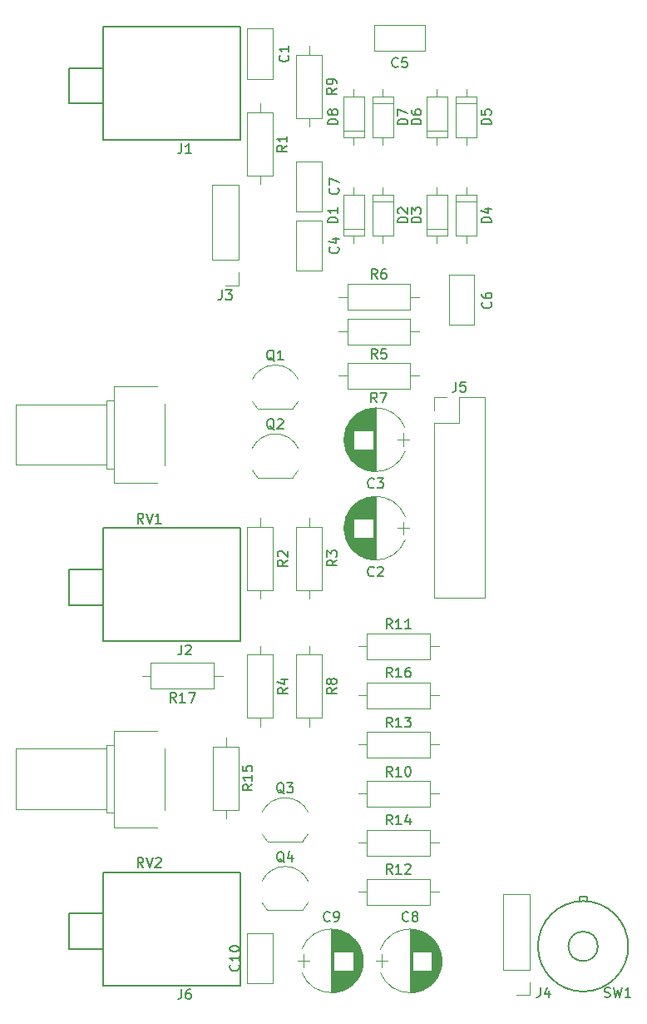
<source format=gbr>
G04 #@! TF.GenerationSoftware,KiCad,Pcbnew,9.0.0*
G04 #@! TF.CreationDate,2025-02-23T16:09:46-07:00*
G04 #@! TF.ProjectId,VCF_THT,5643465f-5448-4542-9e6b-696361645f70,rev?*
G04 #@! TF.SameCoordinates,Original*
G04 #@! TF.FileFunction,Legend,Top*
G04 #@! TF.FilePolarity,Positive*
%FSLAX46Y46*%
G04 Gerber Fmt 4.6, Leading zero omitted, Abs format (unit mm)*
G04 Created by KiCad (PCBNEW 9.0.0) date 2025-02-23 16:09:46*
%MOMM*%
%LPD*%
G01*
G04 APERTURE LIST*
%ADD10C,0.150000*%
%ADD11C,0.120000*%
G04 APERTURE END LIST*
D10*
X7985166Y-12868319D02*
X7985166Y-13582604D01*
X7985166Y-13582604D02*
X7937547Y-13725461D01*
X7937547Y-13725461D02*
X7842309Y-13820700D01*
X7842309Y-13820700D02*
X7699452Y-13868319D01*
X7699452Y-13868319D02*
X7604214Y-13868319D01*
X8985166Y-13868319D02*
X8413738Y-13868319D01*
X8699452Y-13868319D02*
X8699452Y-12868319D01*
X8699452Y-12868319D02*
X8604214Y-13011176D01*
X8604214Y-13011176D02*
X8508976Y-13106414D01*
X8508976Y-13106414D02*
X8413738Y-13154033D01*
X7985166Y-63868319D02*
X7985166Y-64582604D01*
X7985166Y-64582604D02*
X7937547Y-64725461D01*
X7937547Y-64725461D02*
X7842309Y-64820700D01*
X7842309Y-64820700D02*
X7699452Y-64868319D01*
X7699452Y-64868319D02*
X7604214Y-64868319D01*
X8413738Y-63963557D02*
X8461357Y-63915938D01*
X8461357Y-63915938D02*
X8556595Y-63868319D01*
X8556595Y-63868319D02*
X8794690Y-63868319D01*
X8794690Y-63868319D02*
X8889928Y-63915938D01*
X8889928Y-63915938D02*
X8937547Y-63963557D01*
X8937547Y-63963557D02*
X8985166Y-64058795D01*
X8985166Y-64058795D02*
X8985166Y-64154033D01*
X8985166Y-64154033D02*
X8937547Y-64296890D01*
X8937547Y-64296890D02*
X8366119Y-64868319D01*
X8366119Y-64868319D02*
X8985166Y-64868319D01*
X12106666Y-27784819D02*
X12106666Y-28499104D01*
X12106666Y-28499104D02*
X12059047Y-28641961D01*
X12059047Y-28641961D02*
X11963809Y-28737200D01*
X11963809Y-28737200D02*
X11820952Y-28784819D01*
X11820952Y-28784819D02*
X11725714Y-28784819D01*
X12487619Y-27784819D02*
X13106666Y-27784819D01*
X13106666Y-27784819D02*
X12773333Y-28165771D01*
X12773333Y-28165771D02*
X12916190Y-28165771D01*
X12916190Y-28165771D02*
X13011428Y-28213390D01*
X13011428Y-28213390D02*
X13059047Y-28261009D01*
X13059047Y-28261009D02*
X13106666Y-28356247D01*
X13106666Y-28356247D02*
X13106666Y-28594342D01*
X13106666Y-28594342D02*
X13059047Y-28689580D01*
X13059047Y-28689580D02*
X13011428Y-28737200D01*
X13011428Y-28737200D02*
X12916190Y-28784819D01*
X12916190Y-28784819D02*
X12630476Y-28784819D01*
X12630476Y-28784819D02*
X12535238Y-28737200D01*
X12535238Y-28737200D02*
X12487619Y-28689580D01*
X44517986Y-98718019D02*
X44517986Y-99432304D01*
X44517986Y-99432304D02*
X44470367Y-99575161D01*
X44470367Y-99575161D02*
X44375129Y-99670400D01*
X44375129Y-99670400D02*
X44232272Y-99718019D01*
X44232272Y-99718019D02*
X44137034Y-99718019D01*
X45422748Y-99051352D02*
X45422748Y-99718019D01*
X45184653Y-98670400D02*
X44946558Y-99384685D01*
X44946558Y-99384685D02*
X45565605Y-99384685D01*
X35936666Y-37124819D02*
X35936666Y-37839104D01*
X35936666Y-37839104D02*
X35889047Y-37981961D01*
X35889047Y-37981961D02*
X35793809Y-38077200D01*
X35793809Y-38077200D02*
X35650952Y-38124819D01*
X35650952Y-38124819D02*
X35555714Y-38124819D01*
X36889047Y-37124819D02*
X36412857Y-37124819D01*
X36412857Y-37124819D02*
X36365238Y-37601009D01*
X36365238Y-37601009D02*
X36412857Y-37553390D01*
X36412857Y-37553390D02*
X36508095Y-37505771D01*
X36508095Y-37505771D02*
X36746190Y-37505771D01*
X36746190Y-37505771D02*
X36841428Y-37553390D01*
X36841428Y-37553390D02*
X36889047Y-37601009D01*
X36889047Y-37601009D02*
X36936666Y-37696247D01*
X36936666Y-37696247D02*
X36936666Y-37934342D01*
X36936666Y-37934342D02*
X36889047Y-38029580D01*
X36889047Y-38029580D02*
X36841428Y-38077200D01*
X36841428Y-38077200D02*
X36746190Y-38124819D01*
X36746190Y-38124819D02*
X36508095Y-38124819D01*
X36508095Y-38124819D02*
X36412857Y-38077200D01*
X36412857Y-38077200D02*
X36365238Y-38029580D01*
X7985166Y-98868319D02*
X7985166Y-99582604D01*
X7985166Y-99582604D02*
X7937547Y-99725461D01*
X7937547Y-99725461D02*
X7842309Y-99820700D01*
X7842309Y-99820700D02*
X7699452Y-99868319D01*
X7699452Y-99868319D02*
X7604214Y-99868319D01*
X8889928Y-98868319D02*
X8699452Y-98868319D01*
X8699452Y-98868319D02*
X8604214Y-98915938D01*
X8604214Y-98915938D02*
X8556595Y-98963557D01*
X8556595Y-98963557D02*
X8461357Y-99106414D01*
X8461357Y-99106414D02*
X8413738Y-99296890D01*
X8413738Y-99296890D02*
X8413738Y-99677842D01*
X8413738Y-99677842D02*
X8461357Y-99773080D01*
X8461357Y-99773080D02*
X8508976Y-99820700D01*
X8508976Y-99820700D02*
X8604214Y-99868319D01*
X8604214Y-99868319D02*
X8794690Y-99868319D01*
X8794690Y-99868319D02*
X8889928Y-99820700D01*
X8889928Y-99820700D02*
X8937547Y-99773080D01*
X8937547Y-99773080D02*
X8985166Y-99677842D01*
X8985166Y-99677842D02*
X8985166Y-99439747D01*
X8985166Y-99439747D02*
X8937547Y-99344509D01*
X8937547Y-99344509D02*
X8889928Y-99296890D01*
X8889928Y-99296890D02*
X8794690Y-99249271D01*
X8794690Y-99249271D02*
X8604214Y-99249271D01*
X8604214Y-99249271D02*
X8508976Y-99296890D01*
X8508976Y-99296890D02*
X8461357Y-99344509D01*
X8461357Y-99344509D02*
X8413738Y-99439747D01*
X4104761Y-51504819D02*
X3771428Y-51028628D01*
X3533333Y-51504819D02*
X3533333Y-50504819D01*
X3533333Y-50504819D02*
X3914285Y-50504819D01*
X3914285Y-50504819D02*
X4009523Y-50552438D01*
X4009523Y-50552438D02*
X4057142Y-50600057D01*
X4057142Y-50600057D02*
X4104761Y-50695295D01*
X4104761Y-50695295D02*
X4104761Y-50838152D01*
X4104761Y-50838152D02*
X4057142Y-50933390D01*
X4057142Y-50933390D02*
X4009523Y-50981009D01*
X4009523Y-50981009D02*
X3914285Y-51028628D01*
X3914285Y-51028628D02*
X3533333Y-51028628D01*
X4390476Y-50504819D02*
X4723809Y-51504819D01*
X4723809Y-51504819D02*
X5057142Y-50504819D01*
X5914285Y-51504819D02*
X5342857Y-51504819D01*
X5628571Y-51504819D02*
X5628571Y-50504819D01*
X5628571Y-50504819D02*
X5533333Y-50647676D01*
X5533333Y-50647676D02*
X5438095Y-50742914D01*
X5438095Y-50742914D02*
X5342857Y-50790533D01*
X4104761Y-86504819D02*
X3771428Y-86028628D01*
X3533333Y-86504819D02*
X3533333Y-85504819D01*
X3533333Y-85504819D02*
X3914285Y-85504819D01*
X3914285Y-85504819D02*
X4009523Y-85552438D01*
X4009523Y-85552438D02*
X4057142Y-85600057D01*
X4057142Y-85600057D02*
X4104761Y-85695295D01*
X4104761Y-85695295D02*
X4104761Y-85838152D01*
X4104761Y-85838152D02*
X4057142Y-85933390D01*
X4057142Y-85933390D02*
X4009523Y-85981009D01*
X4009523Y-85981009D02*
X3914285Y-86028628D01*
X3914285Y-86028628D02*
X3533333Y-86028628D01*
X4390476Y-85504819D02*
X4723809Y-86504819D01*
X4723809Y-86504819D02*
X5057142Y-85504819D01*
X5342857Y-85600057D02*
X5390476Y-85552438D01*
X5390476Y-85552438D02*
X5485714Y-85504819D01*
X5485714Y-85504819D02*
X5723809Y-85504819D01*
X5723809Y-85504819D02*
X5819047Y-85552438D01*
X5819047Y-85552438D02*
X5866666Y-85600057D01*
X5866666Y-85600057D02*
X5914285Y-85695295D01*
X5914285Y-85695295D02*
X5914285Y-85790533D01*
X5914285Y-85790533D02*
X5866666Y-85933390D01*
X5866666Y-85933390D02*
X5295238Y-86504819D01*
X5295238Y-86504819D02*
X5914285Y-86504819D01*
X51049087Y-99660240D02*
X51191944Y-99707859D01*
X51191944Y-99707859D02*
X51430039Y-99707859D01*
X51430039Y-99707859D02*
X51525277Y-99660240D01*
X51525277Y-99660240D02*
X51572896Y-99612620D01*
X51572896Y-99612620D02*
X51620515Y-99517382D01*
X51620515Y-99517382D02*
X51620515Y-99422144D01*
X51620515Y-99422144D02*
X51572896Y-99326906D01*
X51572896Y-99326906D02*
X51525277Y-99279287D01*
X51525277Y-99279287D02*
X51430039Y-99231668D01*
X51430039Y-99231668D02*
X51239563Y-99184049D01*
X51239563Y-99184049D02*
X51144325Y-99136430D01*
X51144325Y-99136430D02*
X51096706Y-99088811D01*
X51096706Y-99088811D02*
X51049087Y-98993573D01*
X51049087Y-98993573D02*
X51049087Y-98898335D01*
X51049087Y-98898335D02*
X51096706Y-98803097D01*
X51096706Y-98803097D02*
X51144325Y-98755478D01*
X51144325Y-98755478D02*
X51239563Y-98707859D01*
X51239563Y-98707859D02*
X51477658Y-98707859D01*
X51477658Y-98707859D02*
X51620515Y-98755478D01*
X51953849Y-98707859D02*
X52191944Y-99707859D01*
X52191944Y-99707859D02*
X52382420Y-98993573D01*
X52382420Y-98993573D02*
X52572896Y-99707859D01*
X52572896Y-99707859D02*
X52810992Y-98707859D01*
X53715753Y-99707859D02*
X53144325Y-99707859D01*
X53430039Y-99707859D02*
X53430039Y-98707859D01*
X53430039Y-98707859D02*
X53334801Y-98850716D01*
X53334801Y-98850716D02*
X53239563Y-98945954D01*
X53239563Y-98945954D02*
X53144325Y-98993573D01*
X27583333Y-56819580D02*
X27535714Y-56867200D01*
X27535714Y-56867200D02*
X27392857Y-56914819D01*
X27392857Y-56914819D02*
X27297619Y-56914819D01*
X27297619Y-56914819D02*
X27154762Y-56867200D01*
X27154762Y-56867200D02*
X27059524Y-56771961D01*
X27059524Y-56771961D02*
X27011905Y-56676723D01*
X27011905Y-56676723D02*
X26964286Y-56486247D01*
X26964286Y-56486247D02*
X26964286Y-56343390D01*
X26964286Y-56343390D02*
X27011905Y-56152914D01*
X27011905Y-56152914D02*
X27059524Y-56057676D01*
X27059524Y-56057676D02*
X27154762Y-55962438D01*
X27154762Y-55962438D02*
X27297619Y-55914819D01*
X27297619Y-55914819D02*
X27392857Y-55914819D01*
X27392857Y-55914819D02*
X27535714Y-55962438D01*
X27535714Y-55962438D02*
X27583333Y-56010057D01*
X27964286Y-56010057D02*
X28011905Y-55962438D01*
X28011905Y-55962438D02*
X28107143Y-55914819D01*
X28107143Y-55914819D02*
X28345238Y-55914819D01*
X28345238Y-55914819D02*
X28440476Y-55962438D01*
X28440476Y-55962438D02*
X28488095Y-56010057D01*
X28488095Y-56010057D02*
X28535714Y-56105295D01*
X28535714Y-56105295D02*
X28535714Y-56200533D01*
X28535714Y-56200533D02*
X28488095Y-56343390D01*
X28488095Y-56343390D02*
X27916667Y-56914819D01*
X27916667Y-56914819D02*
X28535714Y-56914819D01*
X30036153Y-5035400D02*
X29988534Y-5083020D01*
X29988534Y-5083020D02*
X29845677Y-5130639D01*
X29845677Y-5130639D02*
X29750439Y-5130639D01*
X29750439Y-5130639D02*
X29607582Y-5083020D01*
X29607582Y-5083020D02*
X29512344Y-4987781D01*
X29512344Y-4987781D02*
X29464725Y-4892543D01*
X29464725Y-4892543D02*
X29417106Y-4702067D01*
X29417106Y-4702067D02*
X29417106Y-4559210D01*
X29417106Y-4559210D02*
X29464725Y-4368734D01*
X29464725Y-4368734D02*
X29512344Y-4273496D01*
X29512344Y-4273496D02*
X29607582Y-4178258D01*
X29607582Y-4178258D02*
X29750439Y-4130639D01*
X29750439Y-4130639D02*
X29845677Y-4130639D01*
X29845677Y-4130639D02*
X29988534Y-4178258D01*
X29988534Y-4178258D02*
X30036153Y-4225877D01*
X30940915Y-4130639D02*
X30464725Y-4130639D01*
X30464725Y-4130639D02*
X30417106Y-4606829D01*
X30417106Y-4606829D02*
X30464725Y-4559210D01*
X30464725Y-4559210D02*
X30559963Y-4511591D01*
X30559963Y-4511591D02*
X30798058Y-4511591D01*
X30798058Y-4511591D02*
X30893296Y-4559210D01*
X30893296Y-4559210D02*
X30940915Y-4606829D01*
X30940915Y-4606829D02*
X30988534Y-4702067D01*
X30988534Y-4702067D02*
X30988534Y-4940162D01*
X30988534Y-4940162D02*
X30940915Y-5035400D01*
X30940915Y-5035400D02*
X30893296Y-5083020D01*
X30893296Y-5083020D02*
X30798058Y-5130639D01*
X30798058Y-5130639D02*
X30559963Y-5130639D01*
X30559963Y-5130639D02*
X30464725Y-5083020D01*
X30464725Y-5083020D02*
X30417106Y-5035400D01*
X39470700Y-29013506D02*
X39518320Y-29061125D01*
X39518320Y-29061125D02*
X39565939Y-29203982D01*
X39565939Y-29203982D02*
X39565939Y-29299220D01*
X39565939Y-29299220D02*
X39518320Y-29442077D01*
X39518320Y-29442077D02*
X39423081Y-29537315D01*
X39423081Y-29537315D02*
X39327843Y-29584934D01*
X39327843Y-29584934D02*
X39137367Y-29632553D01*
X39137367Y-29632553D02*
X38994510Y-29632553D01*
X38994510Y-29632553D02*
X38804034Y-29584934D01*
X38804034Y-29584934D02*
X38708796Y-29537315D01*
X38708796Y-29537315D02*
X38613558Y-29442077D01*
X38613558Y-29442077D02*
X38565939Y-29299220D01*
X38565939Y-29299220D02*
X38565939Y-29203982D01*
X38565939Y-29203982D02*
X38613558Y-29061125D01*
X38613558Y-29061125D02*
X38661177Y-29013506D01*
X38565939Y-28156363D02*
X38565939Y-28346839D01*
X38565939Y-28346839D02*
X38613558Y-28442077D01*
X38613558Y-28442077D02*
X38661177Y-28489696D01*
X38661177Y-28489696D02*
X38804034Y-28584934D01*
X38804034Y-28584934D02*
X38994510Y-28632553D01*
X38994510Y-28632553D02*
X39375462Y-28632553D01*
X39375462Y-28632553D02*
X39470700Y-28584934D01*
X39470700Y-28584934D02*
X39518320Y-28537315D01*
X39518320Y-28537315D02*
X39565939Y-28442077D01*
X39565939Y-28442077D02*
X39565939Y-28251601D01*
X39565939Y-28251601D02*
X39518320Y-28156363D01*
X39518320Y-28156363D02*
X39470700Y-28108744D01*
X39470700Y-28108744D02*
X39375462Y-28061125D01*
X39375462Y-28061125D02*
X39137367Y-28061125D01*
X39137367Y-28061125D02*
X39042129Y-28108744D01*
X39042129Y-28108744D02*
X38994510Y-28156363D01*
X38994510Y-28156363D02*
X38946891Y-28251601D01*
X38946891Y-28251601D02*
X38946891Y-28442077D01*
X38946891Y-28442077D02*
X38994510Y-28537315D01*
X38994510Y-28537315D02*
X39042129Y-28584934D01*
X39042129Y-28584934D02*
X39137367Y-28632553D01*
X23919580Y-17416666D02*
X23967200Y-17464285D01*
X23967200Y-17464285D02*
X24014819Y-17607142D01*
X24014819Y-17607142D02*
X24014819Y-17702380D01*
X24014819Y-17702380D02*
X23967200Y-17845237D01*
X23967200Y-17845237D02*
X23871961Y-17940475D01*
X23871961Y-17940475D02*
X23776723Y-17988094D01*
X23776723Y-17988094D02*
X23586247Y-18035713D01*
X23586247Y-18035713D02*
X23443390Y-18035713D01*
X23443390Y-18035713D02*
X23252914Y-17988094D01*
X23252914Y-17988094D02*
X23157676Y-17940475D01*
X23157676Y-17940475D02*
X23062438Y-17845237D01*
X23062438Y-17845237D02*
X23014819Y-17702380D01*
X23014819Y-17702380D02*
X23014819Y-17607142D01*
X23014819Y-17607142D02*
X23062438Y-17464285D01*
X23062438Y-17464285D02*
X23110057Y-17416666D01*
X23014819Y-17083332D02*
X23014819Y-16416666D01*
X23014819Y-16416666D02*
X24014819Y-16845237D01*
X31083333Y-91899580D02*
X31035714Y-91947200D01*
X31035714Y-91947200D02*
X30892857Y-91994819D01*
X30892857Y-91994819D02*
X30797619Y-91994819D01*
X30797619Y-91994819D02*
X30654762Y-91947200D01*
X30654762Y-91947200D02*
X30559524Y-91851961D01*
X30559524Y-91851961D02*
X30511905Y-91756723D01*
X30511905Y-91756723D02*
X30464286Y-91566247D01*
X30464286Y-91566247D02*
X30464286Y-91423390D01*
X30464286Y-91423390D02*
X30511905Y-91232914D01*
X30511905Y-91232914D02*
X30559524Y-91137676D01*
X30559524Y-91137676D02*
X30654762Y-91042438D01*
X30654762Y-91042438D02*
X30797619Y-90994819D01*
X30797619Y-90994819D02*
X30892857Y-90994819D01*
X30892857Y-90994819D02*
X31035714Y-91042438D01*
X31035714Y-91042438D02*
X31083333Y-91090057D01*
X31654762Y-91423390D02*
X31559524Y-91375771D01*
X31559524Y-91375771D02*
X31511905Y-91328152D01*
X31511905Y-91328152D02*
X31464286Y-91232914D01*
X31464286Y-91232914D02*
X31464286Y-91185295D01*
X31464286Y-91185295D02*
X31511905Y-91090057D01*
X31511905Y-91090057D02*
X31559524Y-91042438D01*
X31559524Y-91042438D02*
X31654762Y-90994819D01*
X31654762Y-90994819D02*
X31845238Y-90994819D01*
X31845238Y-90994819D02*
X31940476Y-91042438D01*
X31940476Y-91042438D02*
X31988095Y-91090057D01*
X31988095Y-91090057D02*
X32035714Y-91185295D01*
X32035714Y-91185295D02*
X32035714Y-91232914D01*
X32035714Y-91232914D02*
X31988095Y-91328152D01*
X31988095Y-91328152D02*
X31940476Y-91375771D01*
X31940476Y-91375771D02*
X31845238Y-91423390D01*
X31845238Y-91423390D02*
X31654762Y-91423390D01*
X31654762Y-91423390D02*
X31559524Y-91471009D01*
X31559524Y-91471009D02*
X31511905Y-91518628D01*
X31511905Y-91518628D02*
X31464286Y-91613866D01*
X31464286Y-91613866D02*
X31464286Y-91804342D01*
X31464286Y-91804342D02*
X31511905Y-91899580D01*
X31511905Y-91899580D02*
X31559524Y-91947200D01*
X31559524Y-91947200D02*
X31654762Y-91994819D01*
X31654762Y-91994819D02*
X31845238Y-91994819D01*
X31845238Y-91994819D02*
X31940476Y-91947200D01*
X31940476Y-91947200D02*
X31988095Y-91899580D01*
X31988095Y-91899580D02*
X32035714Y-91804342D01*
X32035714Y-91804342D02*
X32035714Y-91613866D01*
X32035714Y-91613866D02*
X31988095Y-91518628D01*
X31988095Y-91518628D02*
X31940476Y-91471009D01*
X31940476Y-91471009D02*
X31845238Y-91423390D01*
X23083333Y-91899580D02*
X23035714Y-91947200D01*
X23035714Y-91947200D02*
X22892857Y-91994819D01*
X22892857Y-91994819D02*
X22797619Y-91994819D01*
X22797619Y-91994819D02*
X22654762Y-91947200D01*
X22654762Y-91947200D02*
X22559524Y-91851961D01*
X22559524Y-91851961D02*
X22511905Y-91756723D01*
X22511905Y-91756723D02*
X22464286Y-91566247D01*
X22464286Y-91566247D02*
X22464286Y-91423390D01*
X22464286Y-91423390D02*
X22511905Y-91232914D01*
X22511905Y-91232914D02*
X22559524Y-91137676D01*
X22559524Y-91137676D02*
X22654762Y-91042438D01*
X22654762Y-91042438D02*
X22797619Y-90994819D01*
X22797619Y-90994819D02*
X22892857Y-90994819D01*
X22892857Y-90994819D02*
X23035714Y-91042438D01*
X23035714Y-91042438D02*
X23083333Y-91090057D01*
X23559524Y-91994819D02*
X23750000Y-91994819D01*
X23750000Y-91994819D02*
X23845238Y-91947200D01*
X23845238Y-91947200D02*
X23892857Y-91899580D01*
X23892857Y-91899580D02*
X23988095Y-91756723D01*
X23988095Y-91756723D02*
X24035714Y-91566247D01*
X24035714Y-91566247D02*
X24035714Y-91185295D01*
X24035714Y-91185295D02*
X23988095Y-91090057D01*
X23988095Y-91090057D02*
X23940476Y-91042438D01*
X23940476Y-91042438D02*
X23845238Y-90994819D01*
X23845238Y-90994819D02*
X23654762Y-90994819D01*
X23654762Y-90994819D02*
X23559524Y-91042438D01*
X23559524Y-91042438D02*
X23511905Y-91090057D01*
X23511905Y-91090057D02*
X23464286Y-91185295D01*
X23464286Y-91185295D02*
X23464286Y-91423390D01*
X23464286Y-91423390D02*
X23511905Y-91518628D01*
X23511905Y-91518628D02*
X23559524Y-91566247D01*
X23559524Y-91566247D02*
X23654762Y-91613866D01*
X23654762Y-91613866D02*
X23845238Y-91613866D01*
X23845238Y-91613866D02*
X23940476Y-91566247D01*
X23940476Y-91566247D02*
X23988095Y-91518628D01*
X23988095Y-91518628D02*
X24035714Y-91423390D01*
X13799580Y-96392857D02*
X13847200Y-96440476D01*
X13847200Y-96440476D02*
X13894819Y-96583333D01*
X13894819Y-96583333D02*
X13894819Y-96678571D01*
X13894819Y-96678571D02*
X13847200Y-96821428D01*
X13847200Y-96821428D02*
X13751961Y-96916666D01*
X13751961Y-96916666D02*
X13656723Y-96964285D01*
X13656723Y-96964285D02*
X13466247Y-97011904D01*
X13466247Y-97011904D02*
X13323390Y-97011904D01*
X13323390Y-97011904D02*
X13132914Y-96964285D01*
X13132914Y-96964285D02*
X13037676Y-96916666D01*
X13037676Y-96916666D02*
X12942438Y-96821428D01*
X12942438Y-96821428D02*
X12894819Y-96678571D01*
X12894819Y-96678571D02*
X12894819Y-96583333D01*
X12894819Y-96583333D02*
X12942438Y-96440476D01*
X12942438Y-96440476D02*
X12990057Y-96392857D01*
X13894819Y-95440476D02*
X13894819Y-96011904D01*
X13894819Y-95726190D02*
X12894819Y-95726190D01*
X12894819Y-95726190D02*
X13037676Y-95821428D01*
X13037676Y-95821428D02*
X13132914Y-95916666D01*
X13132914Y-95916666D02*
X13180533Y-96011904D01*
X12894819Y-94821428D02*
X12894819Y-94726190D01*
X12894819Y-94726190D02*
X12942438Y-94630952D01*
X12942438Y-94630952D02*
X12990057Y-94583333D01*
X12990057Y-94583333D02*
X13085295Y-94535714D01*
X13085295Y-94535714D02*
X13275771Y-94488095D01*
X13275771Y-94488095D02*
X13513866Y-94488095D01*
X13513866Y-94488095D02*
X13704342Y-94535714D01*
X13704342Y-94535714D02*
X13799580Y-94583333D01*
X13799580Y-94583333D02*
X13847200Y-94630952D01*
X13847200Y-94630952D02*
X13894819Y-94726190D01*
X13894819Y-94726190D02*
X13894819Y-94821428D01*
X13894819Y-94821428D02*
X13847200Y-94916666D01*
X13847200Y-94916666D02*
X13799580Y-94964285D01*
X13799580Y-94964285D02*
X13704342Y-95011904D01*
X13704342Y-95011904D02*
X13513866Y-95059523D01*
X13513866Y-95059523D02*
X13275771Y-95059523D01*
X13275771Y-95059523D02*
X13085295Y-95011904D01*
X13085295Y-95011904D02*
X12990057Y-94964285D01*
X12990057Y-94964285D02*
X12942438Y-94916666D01*
X12942438Y-94916666D02*
X12894819Y-94821428D01*
X31014819Y-20928094D02*
X30014819Y-20928094D01*
X30014819Y-20928094D02*
X30014819Y-20689999D01*
X30014819Y-20689999D02*
X30062438Y-20547142D01*
X30062438Y-20547142D02*
X30157676Y-20451904D01*
X30157676Y-20451904D02*
X30252914Y-20404285D01*
X30252914Y-20404285D02*
X30443390Y-20356666D01*
X30443390Y-20356666D02*
X30586247Y-20356666D01*
X30586247Y-20356666D02*
X30776723Y-20404285D01*
X30776723Y-20404285D02*
X30871961Y-20451904D01*
X30871961Y-20451904D02*
X30967200Y-20547142D01*
X30967200Y-20547142D02*
X31014819Y-20689999D01*
X31014819Y-20689999D02*
X31014819Y-20928094D01*
X30110057Y-19975713D02*
X30062438Y-19928094D01*
X30062438Y-19928094D02*
X30014819Y-19832856D01*
X30014819Y-19832856D02*
X30014819Y-19594761D01*
X30014819Y-19594761D02*
X30062438Y-19499523D01*
X30062438Y-19499523D02*
X30110057Y-19451904D01*
X30110057Y-19451904D02*
X30205295Y-19404285D01*
X30205295Y-19404285D02*
X30300533Y-19404285D01*
X30300533Y-19404285D02*
X30443390Y-19451904D01*
X30443390Y-19451904D02*
X31014819Y-20023332D01*
X31014819Y-20023332D02*
X31014819Y-19404285D01*
X39514819Y-20928094D02*
X38514819Y-20928094D01*
X38514819Y-20928094D02*
X38514819Y-20689999D01*
X38514819Y-20689999D02*
X38562438Y-20547142D01*
X38562438Y-20547142D02*
X38657676Y-20451904D01*
X38657676Y-20451904D02*
X38752914Y-20404285D01*
X38752914Y-20404285D02*
X38943390Y-20356666D01*
X38943390Y-20356666D02*
X39086247Y-20356666D01*
X39086247Y-20356666D02*
X39276723Y-20404285D01*
X39276723Y-20404285D02*
X39371961Y-20451904D01*
X39371961Y-20451904D02*
X39467200Y-20547142D01*
X39467200Y-20547142D02*
X39514819Y-20689999D01*
X39514819Y-20689999D02*
X39514819Y-20928094D01*
X38848152Y-19499523D02*
X39514819Y-19499523D01*
X38467200Y-19737618D02*
X39181485Y-19975713D01*
X39181485Y-19975713D02*
X39181485Y-19356666D01*
X39514819Y-10928094D02*
X38514819Y-10928094D01*
X38514819Y-10928094D02*
X38514819Y-10689999D01*
X38514819Y-10689999D02*
X38562438Y-10547142D01*
X38562438Y-10547142D02*
X38657676Y-10451904D01*
X38657676Y-10451904D02*
X38752914Y-10404285D01*
X38752914Y-10404285D02*
X38943390Y-10356666D01*
X38943390Y-10356666D02*
X39086247Y-10356666D01*
X39086247Y-10356666D02*
X39276723Y-10404285D01*
X39276723Y-10404285D02*
X39371961Y-10451904D01*
X39371961Y-10451904D02*
X39467200Y-10547142D01*
X39467200Y-10547142D02*
X39514819Y-10689999D01*
X39514819Y-10689999D02*
X39514819Y-10928094D01*
X38514819Y-9451904D02*
X38514819Y-9928094D01*
X38514819Y-9928094D02*
X38991009Y-9975713D01*
X38991009Y-9975713D02*
X38943390Y-9928094D01*
X38943390Y-9928094D02*
X38895771Y-9832856D01*
X38895771Y-9832856D02*
X38895771Y-9594761D01*
X38895771Y-9594761D02*
X38943390Y-9499523D01*
X38943390Y-9499523D02*
X38991009Y-9451904D01*
X38991009Y-9451904D02*
X39086247Y-9404285D01*
X39086247Y-9404285D02*
X39324342Y-9404285D01*
X39324342Y-9404285D02*
X39419580Y-9451904D01*
X39419580Y-9451904D02*
X39467200Y-9499523D01*
X39467200Y-9499523D02*
X39514819Y-9594761D01*
X39514819Y-9594761D02*
X39514819Y-9832856D01*
X39514819Y-9832856D02*
X39467200Y-9928094D01*
X39467200Y-9928094D02*
X39419580Y-9975713D01*
X32394819Y-10928094D02*
X31394819Y-10928094D01*
X31394819Y-10928094D02*
X31394819Y-10689999D01*
X31394819Y-10689999D02*
X31442438Y-10547142D01*
X31442438Y-10547142D02*
X31537676Y-10451904D01*
X31537676Y-10451904D02*
X31632914Y-10404285D01*
X31632914Y-10404285D02*
X31823390Y-10356666D01*
X31823390Y-10356666D02*
X31966247Y-10356666D01*
X31966247Y-10356666D02*
X32156723Y-10404285D01*
X32156723Y-10404285D02*
X32251961Y-10451904D01*
X32251961Y-10451904D02*
X32347200Y-10547142D01*
X32347200Y-10547142D02*
X32394819Y-10689999D01*
X32394819Y-10689999D02*
X32394819Y-10928094D01*
X31394819Y-9499523D02*
X31394819Y-9689999D01*
X31394819Y-9689999D02*
X31442438Y-9785237D01*
X31442438Y-9785237D02*
X31490057Y-9832856D01*
X31490057Y-9832856D02*
X31632914Y-9928094D01*
X31632914Y-9928094D02*
X31823390Y-9975713D01*
X31823390Y-9975713D02*
X32204342Y-9975713D01*
X32204342Y-9975713D02*
X32299580Y-9928094D01*
X32299580Y-9928094D02*
X32347200Y-9880475D01*
X32347200Y-9880475D02*
X32394819Y-9785237D01*
X32394819Y-9785237D02*
X32394819Y-9594761D01*
X32394819Y-9594761D02*
X32347200Y-9499523D01*
X32347200Y-9499523D02*
X32299580Y-9451904D01*
X32299580Y-9451904D02*
X32204342Y-9404285D01*
X32204342Y-9404285D02*
X31966247Y-9404285D01*
X31966247Y-9404285D02*
X31871009Y-9451904D01*
X31871009Y-9451904D02*
X31823390Y-9499523D01*
X31823390Y-9499523D02*
X31775771Y-9594761D01*
X31775771Y-9594761D02*
X31775771Y-9785237D01*
X31775771Y-9785237D02*
X31823390Y-9880475D01*
X31823390Y-9880475D02*
X31871009Y-9928094D01*
X31871009Y-9928094D02*
X31966247Y-9975713D01*
X31014819Y-10928094D02*
X30014819Y-10928094D01*
X30014819Y-10928094D02*
X30014819Y-10689999D01*
X30014819Y-10689999D02*
X30062438Y-10547142D01*
X30062438Y-10547142D02*
X30157676Y-10451904D01*
X30157676Y-10451904D02*
X30252914Y-10404285D01*
X30252914Y-10404285D02*
X30443390Y-10356666D01*
X30443390Y-10356666D02*
X30586247Y-10356666D01*
X30586247Y-10356666D02*
X30776723Y-10404285D01*
X30776723Y-10404285D02*
X30871961Y-10451904D01*
X30871961Y-10451904D02*
X30967200Y-10547142D01*
X30967200Y-10547142D02*
X31014819Y-10689999D01*
X31014819Y-10689999D02*
X31014819Y-10928094D01*
X30014819Y-10023332D02*
X30014819Y-9356666D01*
X30014819Y-9356666D02*
X31014819Y-9785237D01*
X17444761Y-34990057D02*
X17349523Y-34942438D01*
X17349523Y-34942438D02*
X17254285Y-34847200D01*
X17254285Y-34847200D02*
X17111428Y-34704342D01*
X17111428Y-34704342D02*
X17016190Y-34656723D01*
X17016190Y-34656723D02*
X16920952Y-34656723D01*
X16968571Y-34894819D02*
X16873333Y-34847200D01*
X16873333Y-34847200D02*
X16778095Y-34751961D01*
X16778095Y-34751961D02*
X16730476Y-34561485D01*
X16730476Y-34561485D02*
X16730476Y-34228152D01*
X16730476Y-34228152D02*
X16778095Y-34037676D01*
X16778095Y-34037676D02*
X16873333Y-33942438D01*
X16873333Y-33942438D02*
X16968571Y-33894819D01*
X16968571Y-33894819D02*
X17159047Y-33894819D01*
X17159047Y-33894819D02*
X17254285Y-33942438D01*
X17254285Y-33942438D02*
X17349523Y-34037676D01*
X17349523Y-34037676D02*
X17397142Y-34228152D01*
X17397142Y-34228152D02*
X17397142Y-34561485D01*
X17397142Y-34561485D02*
X17349523Y-34751961D01*
X17349523Y-34751961D02*
X17254285Y-34847200D01*
X17254285Y-34847200D02*
X17159047Y-34894819D01*
X17159047Y-34894819D02*
X16968571Y-34894819D01*
X18349523Y-34894819D02*
X17778095Y-34894819D01*
X18063809Y-34894819D02*
X18063809Y-33894819D01*
X18063809Y-33894819D02*
X17968571Y-34037676D01*
X17968571Y-34037676D02*
X17873333Y-34132914D01*
X17873333Y-34132914D02*
X17778095Y-34180533D01*
X17444761Y-41990057D02*
X17349523Y-41942438D01*
X17349523Y-41942438D02*
X17254285Y-41847200D01*
X17254285Y-41847200D02*
X17111428Y-41704342D01*
X17111428Y-41704342D02*
X17016190Y-41656723D01*
X17016190Y-41656723D02*
X16920952Y-41656723D01*
X16968571Y-41894819D02*
X16873333Y-41847200D01*
X16873333Y-41847200D02*
X16778095Y-41751961D01*
X16778095Y-41751961D02*
X16730476Y-41561485D01*
X16730476Y-41561485D02*
X16730476Y-41228152D01*
X16730476Y-41228152D02*
X16778095Y-41037676D01*
X16778095Y-41037676D02*
X16873333Y-40942438D01*
X16873333Y-40942438D02*
X16968571Y-40894819D01*
X16968571Y-40894819D02*
X17159047Y-40894819D01*
X17159047Y-40894819D02*
X17254285Y-40942438D01*
X17254285Y-40942438D02*
X17349523Y-41037676D01*
X17349523Y-41037676D02*
X17397142Y-41228152D01*
X17397142Y-41228152D02*
X17397142Y-41561485D01*
X17397142Y-41561485D02*
X17349523Y-41751961D01*
X17349523Y-41751961D02*
X17254285Y-41847200D01*
X17254285Y-41847200D02*
X17159047Y-41894819D01*
X17159047Y-41894819D02*
X16968571Y-41894819D01*
X17778095Y-40990057D02*
X17825714Y-40942438D01*
X17825714Y-40942438D02*
X17920952Y-40894819D01*
X17920952Y-40894819D02*
X18159047Y-40894819D01*
X18159047Y-40894819D02*
X18254285Y-40942438D01*
X18254285Y-40942438D02*
X18301904Y-40990057D01*
X18301904Y-40990057D02*
X18349523Y-41085295D01*
X18349523Y-41085295D02*
X18349523Y-41180533D01*
X18349523Y-41180533D02*
X18301904Y-41323390D01*
X18301904Y-41323390D02*
X17730476Y-41894819D01*
X17730476Y-41894819D02*
X18349523Y-41894819D01*
X18444761Y-78990057D02*
X18349523Y-78942438D01*
X18349523Y-78942438D02*
X18254285Y-78847200D01*
X18254285Y-78847200D02*
X18111428Y-78704342D01*
X18111428Y-78704342D02*
X18016190Y-78656723D01*
X18016190Y-78656723D02*
X17920952Y-78656723D01*
X17968571Y-78894819D02*
X17873333Y-78847200D01*
X17873333Y-78847200D02*
X17778095Y-78751961D01*
X17778095Y-78751961D02*
X17730476Y-78561485D01*
X17730476Y-78561485D02*
X17730476Y-78228152D01*
X17730476Y-78228152D02*
X17778095Y-78037676D01*
X17778095Y-78037676D02*
X17873333Y-77942438D01*
X17873333Y-77942438D02*
X17968571Y-77894819D01*
X17968571Y-77894819D02*
X18159047Y-77894819D01*
X18159047Y-77894819D02*
X18254285Y-77942438D01*
X18254285Y-77942438D02*
X18349523Y-78037676D01*
X18349523Y-78037676D02*
X18397142Y-78228152D01*
X18397142Y-78228152D02*
X18397142Y-78561485D01*
X18397142Y-78561485D02*
X18349523Y-78751961D01*
X18349523Y-78751961D02*
X18254285Y-78847200D01*
X18254285Y-78847200D02*
X18159047Y-78894819D01*
X18159047Y-78894819D02*
X17968571Y-78894819D01*
X18730476Y-77894819D02*
X19349523Y-77894819D01*
X19349523Y-77894819D02*
X19016190Y-78275771D01*
X19016190Y-78275771D02*
X19159047Y-78275771D01*
X19159047Y-78275771D02*
X19254285Y-78323390D01*
X19254285Y-78323390D02*
X19301904Y-78371009D01*
X19301904Y-78371009D02*
X19349523Y-78466247D01*
X19349523Y-78466247D02*
X19349523Y-78704342D01*
X19349523Y-78704342D02*
X19301904Y-78799580D01*
X19301904Y-78799580D02*
X19254285Y-78847200D01*
X19254285Y-78847200D02*
X19159047Y-78894819D01*
X19159047Y-78894819D02*
X18873333Y-78894819D01*
X18873333Y-78894819D02*
X18778095Y-78847200D01*
X18778095Y-78847200D02*
X18730476Y-78799580D01*
X18444761Y-85990057D02*
X18349523Y-85942438D01*
X18349523Y-85942438D02*
X18254285Y-85847200D01*
X18254285Y-85847200D02*
X18111428Y-85704342D01*
X18111428Y-85704342D02*
X18016190Y-85656723D01*
X18016190Y-85656723D02*
X17920952Y-85656723D01*
X17968571Y-85894819D02*
X17873333Y-85847200D01*
X17873333Y-85847200D02*
X17778095Y-85751961D01*
X17778095Y-85751961D02*
X17730476Y-85561485D01*
X17730476Y-85561485D02*
X17730476Y-85228152D01*
X17730476Y-85228152D02*
X17778095Y-85037676D01*
X17778095Y-85037676D02*
X17873333Y-84942438D01*
X17873333Y-84942438D02*
X17968571Y-84894819D01*
X17968571Y-84894819D02*
X18159047Y-84894819D01*
X18159047Y-84894819D02*
X18254285Y-84942438D01*
X18254285Y-84942438D02*
X18349523Y-85037676D01*
X18349523Y-85037676D02*
X18397142Y-85228152D01*
X18397142Y-85228152D02*
X18397142Y-85561485D01*
X18397142Y-85561485D02*
X18349523Y-85751961D01*
X18349523Y-85751961D02*
X18254285Y-85847200D01*
X18254285Y-85847200D02*
X18159047Y-85894819D01*
X18159047Y-85894819D02*
X17968571Y-85894819D01*
X19254285Y-85228152D02*
X19254285Y-85894819D01*
X19016190Y-84847200D02*
X18778095Y-85561485D01*
X18778095Y-85561485D02*
X19397142Y-85561485D01*
X18720499Y-13081586D02*
X18244308Y-13414919D01*
X18720499Y-13653014D02*
X17720499Y-13653014D01*
X17720499Y-13653014D02*
X17720499Y-13272062D01*
X17720499Y-13272062D02*
X17768118Y-13176824D01*
X17768118Y-13176824D02*
X17815737Y-13129205D01*
X17815737Y-13129205D02*
X17910975Y-13081586D01*
X17910975Y-13081586D02*
X18053832Y-13081586D01*
X18053832Y-13081586D02*
X18149070Y-13129205D01*
X18149070Y-13129205D02*
X18196689Y-13176824D01*
X18196689Y-13176824D02*
X18244308Y-13272062D01*
X18244308Y-13272062D02*
X18244308Y-13653014D01*
X18720499Y-12129205D02*
X18720499Y-12700633D01*
X18720499Y-12414919D02*
X17720499Y-12414919D01*
X17720499Y-12414919D02*
X17863356Y-12510157D01*
X17863356Y-12510157D02*
X17958594Y-12605395D01*
X17958594Y-12605395D02*
X18006213Y-12700633D01*
X18764819Y-55246666D02*
X18288628Y-55579999D01*
X18764819Y-55818094D02*
X17764819Y-55818094D01*
X17764819Y-55818094D02*
X17764819Y-55437142D01*
X17764819Y-55437142D02*
X17812438Y-55341904D01*
X17812438Y-55341904D02*
X17860057Y-55294285D01*
X17860057Y-55294285D02*
X17955295Y-55246666D01*
X17955295Y-55246666D02*
X18098152Y-55246666D01*
X18098152Y-55246666D02*
X18193390Y-55294285D01*
X18193390Y-55294285D02*
X18241009Y-55341904D01*
X18241009Y-55341904D02*
X18288628Y-55437142D01*
X18288628Y-55437142D02*
X18288628Y-55818094D01*
X17860057Y-54865713D02*
X17812438Y-54818094D01*
X17812438Y-54818094D02*
X17764819Y-54722856D01*
X17764819Y-54722856D02*
X17764819Y-54484761D01*
X17764819Y-54484761D02*
X17812438Y-54389523D01*
X17812438Y-54389523D02*
X17860057Y-54341904D01*
X17860057Y-54341904D02*
X17955295Y-54294285D01*
X17955295Y-54294285D02*
X18050533Y-54294285D01*
X18050533Y-54294285D02*
X18193390Y-54341904D01*
X18193390Y-54341904D02*
X18764819Y-54913332D01*
X18764819Y-54913332D02*
X18764819Y-54294285D01*
X23824639Y-55226346D02*
X23348448Y-55559679D01*
X23824639Y-55797774D02*
X22824639Y-55797774D01*
X22824639Y-55797774D02*
X22824639Y-55416822D01*
X22824639Y-55416822D02*
X22872258Y-55321584D01*
X22872258Y-55321584D02*
X22919877Y-55273965D01*
X22919877Y-55273965D02*
X23015115Y-55226346D01*
X23015115Y-55226346D02*
X23157972Y-55226346D01*
X23157972Y-55226346D02*
X23253210Y-55273965D01*
X23253210Y-55273965D02*
X23300829Y-55321584D01*
X23300829Y-55321584D02*
X23348448Y-55416822D01*
X23348448Y-55416822D02*
X23348448Y-55797774D01*
X22824639Y-54893012D02*
X22824639Y-54273965D01*
X22824639Y-54273965D02*
X23205591Y-54607298D01*
X23205591Y-54607298D02*
X23205591Y-54464441D01*
X23205591Y-54464441D02*
X23253210Y-54369203D01*
X23253210Y-54369203D02*
X23300829Y-54321584D01*
X23300829Y-54321584D02*
X23396067Y-54273965D01*
X23396067Y-54273965D02*
X23634162Y-54273965D01*
X23634162Y-54273965D02*
X23729400Y-54321584D01*
X23729400Y-54321584D02*
X23777020Y-54369203D01*
X23777020Y-54369203D02*
X23824639Y-54464441D01*
X23824639Y-54464441D02*
X23824639Y-54750155D01*
X23824639Y-54750155D02*
X23777020Y-54845393D01*
X23777020Y-54845393D02*
X23729400Y-54893012D01*
X18764819Y-68246666D02*
X18288628Y-68579999D01*
X18764819Y-68818094D02*
X17764819Y-68818094D01*
X17764819Y-68818094D02*
X17764819Y-68437142D01*
X17764819Y-68437142D02*
X17812438Y-68341904D01*
X17812438Y-68341904D02*
X17860057Y-68294285D01*
X17860057Y-68294285D02*
X17955295Y-68246666D01*
X17955295Y-68246666D02*
X18098152Y-68246666D01*
X18098152Y-68246666D02*
X18193390Y-68294285D01*
X18193390Y-68294285D02*
X18241009Y-68341904D01*
X18241009Y-68341904D02*
X18288628Y-68437142D01*
X18288628Y-68437142D02*
X18288628Y-68818094D01*
X18098152Y-67389523D02*
X18764819Y-67389523D01*
X17717200Y-67627618D02*
X18431485Y-67865713D01*
X18431485Y-67865713D02*
X18431485Y-67246666D01*
X27913333Y-34764819D02*
X27580000Y-34288628D01*
X27341905Y-34764819D02*
X27341905Y-33764819D01*
X27341905Y-33764819D02*
X27722857Y-33764819D01*
X27722857Y-33764819D02*
X27818095Y-33812438D01*
X27818095Y-33812438D02*
X27865714Y-33860057D01*
X27865714Y-33860057D02*
X27913333Y-33955295D01*
X27913333Y-33955295D02*
X27913333Y-34098152D01*
X27913333Y-34098152D02*
X27865714Y-34193390D01*
X27865714Y-34193390D02*
X27818095Y-34241009D01*
X27818095Y-34241009D02*
X27722857Y-34288628D01*
X27722857Y-34288628D02*
X27341905Y-34288628D01*
X28818095Y-33764819D02*
X28341905Y-33764819D01*
X28341905Y-33764819D02*
X28294286Y-34241009D01*
X28294286Y-34241009D02*
X28341905Y-34193390D01*
X28341905Y-34193390D02*
X28437143Y-34145771D01*
X28437143Y-34145771D02*
X28675238Y-34145771D01*
X28675238Y-34145771D02*
X28770476Y-34193390D01*
X28770476Y-34193390D02*
X28818095Y-34241009D01*
X28818095Y-34241009D02*
X28865714Y-34336247D01*
X28865714Y-34336247D02*
X28865714Y-34574342D01*
X28865714Y-34574342D02*
X28818095Y-34669580D01*
X28818095Y-34669580D02*
X28770476Y-34717200D01*
X28770476Y-34717200D02*
X28675238Y-34764819D01*
X28675238Y-34764819D02*
X28437143Y-34764819D01*
X28437143Y-34764819D02*
X28341905Y-34717200D01*
X28341905Y-34717200D02*
X28294286Y-34669580D01*
X27913333Y-26644819D02*
X27580000Y-26168628D01*
X27341905Y-26644819D02*
X27341905Y-25644819D01*
X27341905Y-25644819D02*
X27722857Y-25644819D01*
X27722857Y-25644819D02*
X27818095Y-25692438D01*
X27818095Y-25692438D02*
X27865714Y-25740057D01*
X27865714Y-25740057D02*
X27913333Y-25835295D01*
X27913333Y-25835295D02*
X27913333Y-25978152D01*
X27913333Y-25978152D02*
X27865714Y-26073390D01*
X27865714Y-26073390D02*
X27818095Y-26121009D01*
X27818095Y-26121009D02*
X27722857Y-26168628D01*
X27722857Y-26168628D02*
X27341905Y-26168628D01*
X28770476Y-25644819D02*
X28580000Y-25644819D01*
X28580000Y-25644819D02*
X28484762Y-25692438D01*
X28484762Y-25692438D02*
X28437143Y-25740057D01*
X28437143Y-25740057D02*
X28341905Y-25882914D01*
X28341905Y-25882914D02*
X28294286Y-26073390D01*
X28294286Y-26073390D02*
X28294286Y-26454342D01*
X28294286Y-26454342D02*
X28341905Y-26549580D01*
X28341905Y-26549580D02*
X28389524Y-26597200D01*
X28389524Y-26597200D02*
X28484762Y-26644819D01*
X28484762Y-26644819D02*
X28675238Y-26644819D01*
X28675238Y-26644819D02*
X28770476Y-26597200D01*
X28770476Y-26597200D02*
X28818095Y-26549580D01*
X28818095Y-26549580D02*
X28865714Y-26454342D01*
X28865714Y-26454342D02*
X28865714Y-26216247D01*
X28865714Y-26216247D02*
X28818095Y-26121009D01*
X28818095Y-26121009D02*
X28770476Y-26073390D01*
X28770476Y-26073390D02*
X28675238Y-26025771D01*
X28675238Y-26025771D02*
X28484762Y-26025771D01*
X28484762Y-26025771D02*
X28389524Y-26073390D01*
X28389524Y-26073390D02*
X28341905Y-26121009D01*
X28341905Y-26121009D02*
X28294286Y-26216247D01*
X27880313Y-39215219D02*
X27546980Y-38739028D01*
X27308885Y-39215219D02*
X27308885Y-38215219D01*
X27308885Y-38215219D02*
X27689837Y-38215219D01*
X27689837Y-38215219D02*
X27785075Y-38262838D01*
X27785075Y-38262838D02*
X27832694Y-38310457D01*
X27832694Y-38310457D02*
X27880313Y-38405695D01*
X27880313Y-38405695D02*
X27880313Y-38548552D01*
X27880313Y-38548552D02*
X27832694Y-38643790D01*
X27832694Y-38643790D02*
X27785075Y-38691409D01*
X27785075Y-38691409D02*
X27689837Y-38739028D01*
X27689837Y-38739028D02*
X27308885Y-38739028D01*
X28213647Y-38215219D02*
X28880313Y-38215219D01*
X28880313Y-38215219D02*
X28451742Y-39215219D01*
X23759319Y-68246666D02*
X23283128Y-68579999D01*
X23759319Y-68818094D02*
X22759319Y-68818094D01*
X22759319Y-68818094D02*
X22759319Y-68437142D01*
X22759319Y-68437142D02*
X22806938Y-68341904D01*
X22806938Y-68341904D02*
X22854557Y-68294285D01*
X22854557Y-68294285D02*
X22949795Y-68246666D01*
X22949795Y-68246666D02*
X23092652Y-68246666D01*
X23092652Y-68246666D02*
X23187890Y-68294285D01*
X23187890Y-68294285D02*
X23235509Y-68341904D01*
X23235509Y-68341904D02*
X23283128Y-68437142D01*
X23283128Y-68437142D02*
X23283128Y-68818094D01*
X23187890Y-67675237D02*
X23140271Y-67770475D01*
X23140271Y-67770475D02*
X23092652Y-67818094D01*
X23092652Y-67818094D02*
X22997414Y-67865713D01*
X22997414Y-67865713D02*
X22949795Y-67865713D01*
X22949795Y-67865713D02*
X22854557Y-67818094D01*
X22854557Y-67818094D02*
X22806938Y-67770475D01*
X22806938Y-67770475D02*
X22759319Y-67675237D01*
X22759319Y-67675237D02*
X22759319Y-67484761D01*
X22759319Y-67484761D02*
X22806938Y-67389523D01*
X22806938Y-67389523D02*
X22854557Y-67341904D01*
X22854557Y-67341904D02*
X22949795Y-67294285D01*
X22949795Y-67294285D02*
X22997414Y-67294285D01*
X22997414Y-67294285D02*
X23092652Y-67341904D01*
X23092652Y-67341904D02*
X23140271Y-67389523D01*
X23140271Y-67389523D02*
X23187890Y-67484761D01*
X23187890Y-67484761D02*
X23187890Y-67675237D01*
X23187890Y-67675237D02*
X23235509Y-67770475D01*
X23235509Y-67770475D02*
X23283128Y-67818094D01*
X23283128Y-67818094D02*
X23378366Y-67865713D01*
X23378366Y-67865713D02*
X23568842Y-67865713D01*
X23568842Y-67865713D02*
X23664080Y-67818094D01*
X23664080Y-67818094D02*
X23711700Y-67770475D01*
X23711700Y-67770475D02*
X23759319Y-67675237D01*
X23759319Y-67675237D02*
X23759319Y-67484761D01*
X23759319Y-67484761D02*
X23711700Y-67389523D01*
X23711700Y-67389523D02*
X23664080Y-67341904D01*
X23664080Y-67341904D02*
X23568842Y-67294285D01*
X23568842Y-67294285D02*
X23378366Y-67294285D01*
X23378366Y-67294285D02*
X23283128Y-67341904D01*
X23283128Y-67341904D02*
X23235509Y-67389523D01*
X23235509Y-67389523D02*
X23187890Y-67484761D01*
X23764819Y-7246666D02*
X23288628Y-7579999D01*
X23764819Y-7818094D02*
X22764819Y-7818094D01*
X22764819Y-7818094D02*
X22764819Y-7437142D01*
X22764819Y-7437142D02*
X22812438Y-7341904D01*
X22812438Y-7341904D02*
X22860057Y-7294285D01*
X22860057Y-7294285D02*
X22955295Y-7246666D01*
X22955295Y-7246666D02*
X23098152Y-7246666D01*
X23098152Y-7246666D02*
X23193390Y-7294285D01*
X23193390Y-7294285D02*
X23241009Y-7341904D01*
X23241009Y-7341904D02*
X23288628Y-7437142D01*
X23288628Y-7437142D02*
X23288628Y-7818094D01*
X23764819Y-6770475D02*
X23764819Y-6579999D01*
X23764819Y-6579999D02*
X23717200Y-6484761D01*
X23717200Y-6484761D02*
X23669580Y-6437142D01*
X23669580Y-6437142D02*
X23526723Y-6341904D01*
X23526723Y-6341904D02*
X23336247Y-6294285D01*
X23336247Y-6294285D02*
X22955295Y-6294285D01*
X22955295Y-6294285D02*
X22860057Y-6341904D01*
X22860057Y-6341904D02*
X22812438Y-6389523D01*
X22812438Y-6389523D02*
X22764819Y-6484761D01*
X22764819Y-6484761D02*
X22764819Y-6675237D01*
X22764819Y-6675237D02*
X22812438Y-6770475D01*
X22812438Y-6770475D02*
X22860057Y-6818094D01*
X22860057Y-6818094D02*
X22955295Y-6865713D01*
X22955295Y-6865713D02*
X23193390Y-6865713D01*
X23193390Y-6865713D02*
X23288628Y-6818094D01*
X23288628Y-6818094D02*
X23336247Y-6770475D01*
X23336247Y-6770475D02*
X23383866Y-6675237D01*
X23383866Y-6675237D02*
X23383866Y-6484761D01*
X23383866Y-6484761D02*
X23336247Y-6389523D01*
X23336247Y-6389523D02*
X23288628Y-6341904D01*
X23288628Y-6341904D02*
X23193390Y-6294285D01*
X29434602Y-77239939D02*
X29101269Y-76763748D01*
X28863174Y-77239939D02*
X28863174Y-76239939D01*
X28863174Y-76239939D02*
X29244126Y-76239939D01*
X29244126Y-76239939D02*
X29339364Y-76287558D01*
X29339364Y-76287558D02*
X29386983Y-76335177D01*
X29386983Y-76335177D02*
X29434602Y-76430415D01*
X29434602Y-76430415D02*
X29434602Y-76573272D01*
X29434602Y-76573272D02*
X29386983Y-76668510D01*
X29386983Y-76668510D02*
X29339364Y-76716129D01*
X29339364Y-76716129D02*
X29244126Y-76763748D01*
X29244126Y-76763748D02*
X28863174Y-76763748D01*
X30386983Y-77239939D02*
X29815555Y-77239939D01*
X30101269Y-77239939D02*
X30101269Y-76239939D01*
X30101269Y-76239939D02*
X30006031Y-76382796D01*
X30006031Y-76382796D02*
X29910793Y-76478034D01*
X29910793Y-76478034D02*
X29815555Y-76525653D01*
X31006031Y-76239939D02*
X31101269Y-76239939D01*
X31101269Y-76239939D02*
X31196507Y-76287558D01*
X31196507Y-76287558D02*
X31244126Y-76335177D01*
X31244126Y-76335177D02*
X31291745Y-76430415D01*
X31291745Y-76430415D02*
X31339364Y-76620891D01*
X31339364Y-76620891D02*
X31339364Y-76858986D01*
X31339364Y-76858986D02*
X31291745Y-77049462D01*
X31291745Y-77049462D02*
X31244126Y-77144700D01*
X31244126Y-77144700D02*
X31196507Y-77192320D01*
X31196507Y-77192320D02*
X31101269Y-77239939D01*
X31101269Y-77239939D02*
X31006031Y-77239939D01*
X31006031Y-77239939D02*
X30910793Y-77192320D01*
X30910793Y-77192320D02*
X30863174Y-77144700D01*
X30863174Y-77144700D02*
X30815555Y-77049462D01*
X30815555Y-77049462D02*
X30767936Y-76858986D01*
X30767936Y-76858986D02*
X30767936Y-76620891D01*
X30767936Y-76620891D02*
X30815555Y-76430415D01*
X30815555Y-76430415D02*
X30863174Y-76335177D01*
X30863174Y-76335177D02*
X30910793Y-76287558D01*
X30910793Y-76287558D02*
X31006031Y-76239939D01*
X29437142Y-62224699D02*
X29103809Y-61748508D01*
X28865714Y-62224699D02*
X28865714Y-61224699D01*
X28865714Y-61224699D02*
X29246666Y-61224699D01*
X29246666Y-61224699D02*
X29341904Y-61272318D01*
X29341904Y-61272318D02*
X29389523Y-61319937D01*
X29389523Y-61319937D02*
X29437142Y-61415175D01*
X29437142Y-61415175D02*
X29437142Y-61558032D01*
X29437142Y-61558032D02*
X29389523Y-61653270D01*
X29389523Y-61653270D02*
X29341904Y-61700889D01*
X29341904Y-61700889D02*
X29246666Y-61748508D01*
X29246666Y-61748508D02*
X28865714Y-61748508D01*
X30389523Y-62224699D02*
X29818095Y-62224699D01*
X30103809Y-62224699D02*
X30103809Y-61224699D01*
X30103809Y-61224699D02*
X30008571Y-61367556D01*
X30008571Y-61367556D02*
X29913333Y-61462794D01*
X29913333Y-61462794D02*
X29818095Y-61510413D01*
X31341904Y-62224699D02*
X30770476Y-62224699D01*
X31056190Y-62224699D02*
X31056190Y-61224699D01*
X31056190Y-61224699D02*
X30960952Y-61367556D01*
X30960952Y-61367556D02*
X30865714Y-61462794D01*
X30865714Y-61462794D02*
X30770476Y-61510413D01*
X29437142Y-87144819D02*
X29103809Y-86668628D01*
X28865714Y-87144819D02*
X28865714Y-86144819D01*
X28865714Y-86144819D02*
X29246666Y-86144819D01*
X29246666Y-86144819D02*
X29341904Y-86192438D01*
X29341904Y-86192438D02*
X29389523Y-86240057D01*
X29389523Y-86240057D02*
X29437142Y-86335295D01*
X29437142Y-86335295D02*
X29437142Y-86478152D01*
X29437142Y-86478152D02*
X29389523Y-86573390D01*
X29389523Y-86573390D02*
X29341904Y-86621009D01*
X29341904Y-86621009D02*
X29246666Y-86668628D01*
X29246666Y-86668628D02*
X28865714Y-86668628D01*
X30389523Y-87144819D02*
X29818095Y-87144819D01*
X30103809Y-87144819D02*
X30103809Y-86144819D01*
X30103809Y-86144819D02*
X30008571Y-86287676D01*
X30008571Y-86287676D02*
X29913333Y-86382914D01*
X29913333Y-86382914D02*
X29818095Y-86430533D01*
X30770476Y-86240057D02*
X30818095Y-86192438D01*
X30818095Y-86192438D02*
X30913333Y-86144819D01*
X30913333Y-86144819D02*
X31151428Y-86144819D01*
X31151428Y-86144819D02*
X31246666Y-86192438D01*
X31246666Y-86192438D02*
X31294285Y-86240057D01*
X31294285Y-86240057D02*
X31341904Y-86335295D01*
X31341904Y-86335295D02*
X31341904Y-86430533D01*
X31341904Y-86430533D02*
X31294285Y-86573390D01*
X31294285Y-86573390D02*
X30722857Y-87144819D01*
X30722857Y-87144819D02*
X31341904Y-87144819D01*
X29437142Y-72232319D02*
X29103809Y-71756128D01*
X28865714Y-72232319D02*
X28865714Y-71232319D01*
X28865714Y-71232319D02*
X29246666Y-71232319D01*
X29246666Y-71232319D02*
X29341904Y-71279938D01*
X29341904Y-71279938D02*
X29389523Y-71327557D01*
X29389523Y-71327557D02*
X29437142Y-71422795D01*
X29437142Y-71422795D02*
X29437142Y-71565652D01*
X29437142Y-71565652D02*
X29389523Y-71660890D01*
X29389523Y-71660890D02*
X29341904Y-71708509D01*
X29341904Y-71708509D02*
X29246666Y-71756128D01*
X29246666Y-71756128D02*
X28865714Y-71756128D01*
X30389523Y-72232319D02*
X29818095Y-72232319D01*
X30103809Y-72232319D02*
X30103809Y-71232319D01*
X30103809Y-71232319D02*
X30008571Y-71375176D01*
X30008571Y-71375176D02*
X29913333Y-71470414D01*
X29913333Y-71470414D02*
X29818095Y-71518033D01*
X30722857Y-71232319D02*
X31341904Y-71232319D01*
X31341904Y-71232319D02*
X31008571Y-71613271D01*
X31008571Y-71613271D02*
X31151428Y-71613271D01*
X31151428Y-71613271D02*
X31246666Y-71660890D01*
X31246666Y-71660890D02*
X31294285Y-71708509D01*
X31294285Y-71708509D02*
X31341904Y-71803747D01*
X31341904Y-71803747D02*
X31341904Y-72041842D01*
X31341904Y-72041842D02*
X31294285Y-72137080D01*
X31294285Y-72137080D02*
X31246666Y-72184700D01*
X31246666Y-72184700D02*
X31151428Y-72232319D01*
X31151428Y-72232319D02*
X30865714Y-72232319D01*
X30865714Y-72232319D02*
X30770476Y-72184700D01*
X30770476Y-72184700D02*
X30722857Y-72137080D01*
X29437142Y-82144819D02*
X29103809Y-81668628D01*
X28865714Y-82144819D02*
X28865714Y-81144819D01*
X28865714Y-81144819D02*
X29246666Y-81144819D01*
X29246666Y-81144819D02*
X29341904Y-81192438D01*
X29341904Y-81192438D02*
X29389523Y-81240057D01*
X29389523Y-81240057D02*
X29437142Y-81335295D01*
X29437142Y-81335295D02*
X29437142Y-81478152D01*
X29437142Y-81478152D02*
X29389523Y-81573390D01*
X29389523Y-81573390D02*
X29341904Y-81621009D01*
X29341904Y-81621009D02*
X29246666Y-81668628D01*
X29246666Y-81668628D02*
X28865714Y-81668628D01*
X30389523Y-82144819D02*
X29818095Y-82144819D01*
X30103809Y-82144819D02*
X30103809Y-81144819D01*
X30103809Y-81144819D02*
X30008571Y-81287676D01*
X30008571Y-81287676D02*
X29913333Y-81382914D01*
X29913333Y-81382914D02*
X29818095Y-81430533D01*
X31246666Y-81478152D02*
X31246666Y-82144819D01*
X31008571Y-81097200D02*
X30770476Y-81811485D01*
X30770476Y-81811485D02*
X31389523Y-81811485D01*
X15205259Y-78057777D02*
X14729068Y-78391110D01*
X15205259Y-78629205D02*
X14205259Y-78629205D01*
X14205259Y-78629205D02*
X14205259Y-78248253D01*
X14205259Y-78248253D02*
X14252878Y-78153015D01*
X14252878Y-78153015D02*
X14300497Y-78105396D01*
X14300497Y-78105396D02*
X14395735Y-78057777D01*
X14395735Y-78057777D02*
X14538592Y-78057777D01*
X14538592Y-78057777D02*
X14633830Y-78105396D01*
X14633830Y-78105396D02*
X14681449Y-78153015D01*
X14681449Y-78153015D02*
X14729068Y-78248253D01*
X14729068Y-78248253D02*
X14729068Y-78629205D01*
X15205259Y-77105396D02*
X15205259Y-77676824D01*
X15205259Y-77391110D02*
X14205259Y-77391110D01*
X14205259Y-77391110D02*
X14348116Y-77486348D01*
X14348116Y-77486348D02*
X14443354Y-77581586D01*
X14443354Y-77581586D02*
X14490973Y-77676824D01*
X14205259Y-76200634D02*
X14205259Y-76676824D01*
X14205259Y-76676824D02*
X14681449Y-76724443D01*
X14681449Y-76724443D02*
X14633830Y-76676824D01*
X14633830Y-76676824D02*
X14586211Y-76581586D01*
X14586211Y-76581586D02*
X14586211Y-76343491D01*
X14586211Y-76343491D02*
X14633830Y-76248253D01*
X14633830Y-76248253D02*
X14681449Y-76200634D01*
X14681449Y-76200634D02*
X14776687Y-76153015D01*
X14776687Y-76153015D02*
X15014782Y-76153015D01*
X15014782Y-76153015D02*
X15110020Y-76200634D01*
X15110020Y-76200634D02*
X15157640Y-76248253D01*
X15157640Y-76248253D02*
X15205259Y-76343491D01*
X15205259Y-76343491D02*
X15205259Y-76581586D01*
X15205259Y-76581586D02*
X15157640Y-76676824D01*
X15157640Y-76676824D02*
X15110020Y-76724443D01*
X29437142Y-67144819D02*
X29103809Y-66668628D01*
X28865714Y-67144819D02*
X28865714Y-66144819D01*
X28865714Y-66144819D02*
X29246666Y-66144819D01*
X29246666Y-66144819D02*
X29341904Y-66192438D01*
X29341904Y-66192438D02*
X29389523Y-66240057D01*
X29389523Y-66240057D02*
X29437142Y-66335295D01*
X29437142Y-66335295D02*
X29437142Y-66478152D01*
X29437142Y-66478152D02*
X29389523Y-66573390D01*
X29389523Y-66573390D02*
X29341904Y-66621009D01*
X29341904Y-66621009D02*
X29246666Y-66668628D01*
X29246666Y-66668628D02*
X28865714Y-66668628D01*
X30389523Y-67144819D02*
X29818095Y-67144819D01*
X30103809Y-67144819D02*
X30103809Y-66144819D01*
X30103809Y-66144819D02*
X30008571Y-66287676D01*
X30008571Y-66287676D02*
X29913333Y-66382914D01*
X29913333Y-66382914D02*
X29818095Y-66430533D01*
X31246666Y-66144819D02*
X31056190Y-66144819D01*
X31056190Y-66144819D02*
X30960952Y-66192438D01*
X30960952Y-66192438D02*
X30913333Y-66240057D01*
X30913333Y-66240057D02*
X30818095Y-66382914D01*
X30818095Y-66382914D02*
X30770476Y-66573390D01*
X30770476Y-66573390D02*
X30770476Y-66954342D01*
X30770476Y-66954342D02*
X30818095Y-67049580D01*
X30818095Y-67049580D02*
X30865714Y-67097200D01*
X30865714Y-67097200D02*
X30960952Y-67144819D01*
X30960952Y-67144819D02*
X31151428Y-67144819D01*
X31151428Y-67144819D02*
X31246666Y-67097200D01*
X31246666Y-67097200D02*
X31294285Y-67049580D01*
X31294285Y-67049580D02*
X31341904Y-66954342D01*
X31341904Y-66954342D02*
X31341904Y-66716247D01*
X31341904Y-66716247D02*
X31294285Y-66621009D01*
X31294285Y-66621009D02*
X31246666Y-66573390D01*
X31246666Y-66573390D02*
X31151428Y-66525771D01*
X31151428Y-66525771D02*
X30960952Y-66525771D01*
X30960952Y-66525771D02*
X30865714Y-66573390D01*
X30865714Y-66573390D02*
X30818095Y-66621009D01*
X30818095Y-66621009D02*
X30770476Y-66716247D01*
X7426982Y-69715419D02*
X7093649Y-69239228D01*
X6855554Y-69715419D02*
X6855554Y-68715419D01*
X6855554Y-68715419D02*
X7236506Y-68715419D01*
X7236506Y-68715419D02*
X7331744Y-68763038D01*
X7331744Y-68763038D02*
X7379363Y-68810657D01*
X7379363Y-68810657D02*
X7426982Y-68905895D01*
X7426982Y-68905895D02*
X7426982Y-69048752D01*
X7426982Y-69048752D02*
X7379363Y-69143990D01*
X7379363Y-69143990D02*
X7331744Y-69191609D01*
X7331744Y-69191609D02*
X7236506Y-69239228D01*
X7236506Y-69239228D02*
X6855554Y-69239228D01*
X8379363Y-69715419D02*
X7807935Y-69715419D01*
X8093649Y-69715419D02*
X8093649Y-68715419D01*
X8093649Y-68715419D02*
X7998411Y-68858276D01*
X7998411Y-68858276D02*
X7903173Y-68953514D01*
X7903173Y-68953514D02*
X7807935Y-69001133D01*
X8712697Y-68715419D02*
X9379363Y-68715419D01*
X9379363Y-68715419D02*
X8950792Y-69715419D01*
X23894819Y-10928094D02*
X22894819Y-10928094D01*
X22894819Y-10928094D02*
X22894819Y-10689999D01*
X22894819Y-10689999D02*
X22942438Y-10547142D01*
X22942438Y-10547142D02*
X23037676Y-10451904D01*
X23037676Y-10451904D02*
X23132914Y-10404285D01*
X23132914Y-10404285D02*
X23323390Y-10356666D01*
X23323390Y-10356666D02*
X23466247Y-10356666D01*
X23466247Y-10356666D02*
X23656723Y-10404285D01*
X23656723Y-10404285D02*
X23751961Y-10451904D01*
X23751961Y-10451904D02*
X23847200Y-10547142D01*
X23847200Y-10547142D02*
X23894819Y-10689999D01*
X23894819Y-10689999D02*
X23894819Y-10928094D01*
X23323390Y-9785237D02*
X23275771Y-9880475D01*
X23275771Y-9880475D02*
X23228152Y-9928094D01*
X23228152Y-9928094D02*
X23132914Y-9975713D01*
X23132914Y-9975713D02*
X23085295Y-9975713D01*
X23085295Y-9975713D02*
X22990057Y-9928094D01*
X22990057Y-9928094D02*
X22942438Y-9880475D01*
X22942438Y-9880475D02*
X22894819Y-9785237D01*
X22894819Y-9785237D02*
X22894819Y-9594761D01*
X22894819Y-9594761D02*
X22942438Y-9499523D01*
X22942438Y-9499523D02*
X22990057Y-9451904D01*
X22990057Y-9451904D02*
X23085295Y-9404285D01*
X23085295Y-9404285D02*
X23132914Y-9404285D01*
X23132914Y-9404285D02*
X23228152Y-9451904D01*
X23228152Y-9451904D02*
X23275771Y-9499523D01*
X23275771Y-9499523D02*
X23323390Y-9594761D01*
X23323390Y-9594761D02*
X23323390Y-9785237D01*
X23323390Y-9785237D02*
X23371009Y-9880475D01*
X23371009Y-9880475D02*
X23418628Y-9928094D01*
X23418628Y-9928094D02*
X23513866Y-9975713D01*
X23513866Y-9975713D02*
X23704342Y-9975713D01*
X23704342Y-9975713D02*
X23799580Y-9928094D01*
X23799580Y-9928094D02*
X23847200Y-9880475D01*
X23847200Y-9880475D02*
X23894819Y-9785237D01*
X23894819Y-9785237D02*
X23894819Y-9594761D01*
X23894819Y-9594761D02*
X23847200Y-9499523D01*
X23847200Y-9499523D02*
X23799580Y-9451904D01*
X23799580Y-9451904D02*
X23704342Y-9404285D01*
X23704342Y-9404285D02*
X23513866Y-9404285D01*
X23513866Y-9404285D02*
X23418628Y-9451904D01*
X23418628Y-9451904D02*
X23371009Y-9499523D01*
X23371009Y-9499523D02*
X23323390Y-9594761D01*
X32394819Y-20928094D02*
X31394819Y-20928094D01*
X31394819Y-20928094D02*
X31394819Y-20689999D01*
X31394819Y-20689999D02*
X31442438Y-20547142D01*
X31442438Y-20547142D02*
X31537676Y-20451904D01*
X31537676Y-20451904D02*
X31632914Y-20404285D01*
X31632914Y-20404285D02*
X31823390Y-20356666D01*
X31823390Y-20356666D02*
X31966247Y-20356666D01*
X31966247Y-20356666D02*
X32156723Y-20404285D01*
X32156723Y-20404285D02*
X32251961Y-20451904D01*
X32251961Y-20451904D02*
X32347200Y-20547142D01*
X32347200Y-20547142D02*
X32394819Y-20689999D01*
X32394819Y-20689999D02*
X32394819Y-20928094D01*
X31394819Y-20023332D02*
X31394819Y-19404285D01*
X31394819Y-19404285D02*
X31775771Y-19737618D01*
X31775771Y-19737618D02*
X31775771Y-19594761D01*
X31775771Y-19594761D02*
X31823390Y-19499523D01*
X31823390Y-19499523D02*
X31871009Y-19451904D01*
X31871009Y-19451904D02*
X31966247Y-19404285D01*
X31966247Y-19404285D02*
X32204342Y-19404285D01*
X32204342Y-19404285D02*
X32299580Y-19451904D01*
X32299580Y-19451904D02*
X32347200Y-19499523D01*
X32347200Y-19499523D02*
X32394819Y-19594761D01*
X32394819Y-19594761D02*
X32394819Y-19880475D01*
X32394819Y-19880475D02*
X32347200Y-19975713D01*
X32347200Y-19975713D02*
X32299580Y-20023332D01*
X23894819Y-20928094D02*
X22894819Y-20928094D01*
X22894819Y-20928094D02*
X22894819Y-20689999D01*
X22894819Y-20689999D02*
X22942438Y-20547142D01*
X22942438Y-20547142D02*
X23037676Y-20451904D01*
X23037676Y-20451904D02*
X23132914Y-20404285D01*
X23132914Y-20404285D02*
X23323390Y-20356666D01*
X23323390Y-20356666D02*
X23466247Y-20356666D01*
X23466247Y-20356666D02*
X23656723Y-20404285D01*
X23656723Y-20404285D02*
X23751961Y-20451904D01*
X23751961Y-20451904D02*
X23847200Y-20547142D01*
X23847200Y-20547142D02*
X23894819Y-20689999D01*
X23894819Y-20689999D02*
X23894819Y-20928094D01*
X23894819Y-19404285D02*
X23894819Y-19975713D01*
X23894819Y-19689999D02*
X22894819Y-19689999D01*
X22894819Y-19689999D02*
X23037676Y-19785237D01*
X23037676Y-19785237D02*
X23132914Y-19880475D01*
X23132914Y-19880475D02*
X23180533Y-19975713D01*
X18831000Y-3914446D02*
X18878620Y-3962065D01*
X18878620Y-3962065D02*
X18926239Y-4104922D01*
X18926239Y-4104922D02*
X18926239Y-4200160D01*
X18926239Y-4200160D02*
X18878620Y-4343017D01*
X18878620Y-4343017D02*
X18783381Y-4438255D01*
X18783381Y-4438255D02*
X18688143Y-4485874D01*
X18688143Y-4485874D02*
X18497667Y-4533493D01*
X18497667Y-4533493D02*
X18354810Y-4533493D01*
X18354810Y-4533493D02*
X18164334Y-4485874D01*
X18164334Y-4485874D02*
X18069096Y-4438255D01*
X18069096Y-4438255D02*
X17973858Y-4343017D01*
X17973858Y-4343017D02*
X17926239Y-4200160D01*
X17926239Y-4200160D02*
X17926239Y-4104922D01*
X17926239Y-4104922D02*
X17973858Y-3962065D01*
X17973858Y-3962065D02*
X18021477Y-3914446D01*
X18926239Y-2962065D02*
X18926239Y-3533493D01*
X18926239Y-3247779D02*
X17926239Y-3247779D01*
X17926239Y-3247779D02*
X18069096Y-3343017D01*
X18069096Y-3343017D02*
X18164334Y-3438255D01*
X18164334Y-3438255D02*
X18211953Y-3533493D01*
X23919580Y-23416666D02*
X23967200Y-23464285D01*
X23967200Y-23464285D02*
X24014819Y-23607142D01*
X24014819Y-23607142D02*
X24014819Y-23702380D01*
X24014819Y-23702380D02*
X23967200Y-23845237D01*
X23967200Y-23845237D02*
X23871961Y-23940475D01*
X23871961Y-23940475D02*
X23776723Y-23988094D01*
X23776723Y-23988094D02*
X23586247Y-24035713D01*
X23586247Y-24035713D02*
X23443390Y-24035713D01*
X23443390Y-24035713D02*
X23252914Y-23988094D01*
X23252914Y-23988094D02*
X23157676Y-23940475D01*
X23157676Y-23940475D02*
X23062438Y-23845237D01*
X23062438Y-23845237D02*
X23014819Y-23702380D01*
X23014819Y-23702380D02*
X23014819Y-23607142D01*
X23014819Y-23607142D02*
X23062438Y-23464285D01*
X23062438Y-23464285D02*
X23110057Y-23416666D01*
X23348152Y-22559523D02*
X24014819Y-22559523D01*
X22967200Y-22797618D02*
X23681485Y-23035713D01*
X23681485Y-23035713D02*
X23681485Y-22416666D01*
X27583333Y-47819580D02*
X27535714Y-47867200D01*
X27535714Y-47867200D02*
X27392857Y-47914819D01*
X27392857Y-47914819D02*
X27297619Y-47914819D01*
X27297619Y-47914819D02*
X27154762Y-47867200D01*
X27154762Y-47867200D02*
X27059524Y-47771961D01*
X27059524Y-47771961D02*
X27011905Y-47676723D01*
X27011905Y-47676723D02*
X26964286Y-47486247D01*
X26964286Y-47486247D02*
X26964286Y-47343390D01*
X26964286Y-47343390D02*
X27011905Y-47152914D01*
X27011905Y-47152914D02*
X27059524Y-47057676D01*
X27059524Y-47057676D02*
X27154762Y-46962438D01*
X27154762Y-46962438D02*
X27297619Y-46914819D01*
X27297619Y-46914819D02*
X27392857Y-46914819D01*
X27392857Y-46914819D02*
X27535714Y-46962438D01*
X27535714Y-46962438D02*
X27583333Y-47010057D01*
X27916667Y-46914819D02*
X28535714Y-46914819D01*
X28535714Y-46914819D02*
X28202381Y-47295771D01*
X28202381Y-47295771D02*
X28345238Y-47295771D01*
X28345238Y-47295771D02*
X28440476Y-47343390D01*
X28440476Y-47343390D02*
X28488095Y-47391009D01*
X28488095Y-47391009D02*
X28535714Y-47486247D01*
X28535714Y-47486247D02*
X28535714Y-47724342D01*
X28535714Y-47724342D02*
X28488095Y-47819580D01*
X28488095Y-47819580D02*
X28440476Y-47867200D01*
X28440476Y-47867200D02*
X28345238Y-47914819D01*
X28345238Y-47914819D02*
X28059524Y-47914819D01*
X28059524Y-47914819D02*
X27964286Y-47867200D01*
X27964286Y-47867200D02*
X27916667Y-47819580D01*
X-3500000Y-5200000D02*
X-3500000Y-8800000D01*
X0Y-1000000D02*
X14000000Y-1000000D01*
X0Y-5200000D02*
X-3500000Y-5200000D01*
X0Y-8800000D02*
X-3500000Y-8800000D01*
X0Y-12500000D02*
X0Y-1000000D01*
X14000000Y-1000000D02*
X14000000Y-12500000D01*
X14000000Y-12500000D02*
X0Y-12500000D01*
X-3500000Y-56200000D02*
X-3500000Y-59800000D01*
X0Y-52000000D02*
X14000000Y-52000000D01*
X0Y-56200000D02*
X-3500000Y-56200000D01*
X0Y-59800000D02*
X-3500000Y-59800000D01*
X0Y-63500000D02*
X0Y-52000000D01*
X14000000Y-52000000D02*
X14000000Y-63500000D01*
X14000000Y-63500000D02*
X0Y-63500000D01*
D11*
X11110000Y-24730000D02*
X11110000Y-17050000D01*
X13770000Y-17050000D02*
X11110000Y-17050000D01*
X13770000Y-24730000D02*
X11110000Y-24730000D01*
X13770000Y-24730000D02*
X13770000Y-17050000D01*
X13770000Y-26000000D02*
X13770000Y-27330000D01*
X13770000Y-27330000D02*
X12440000Y-27330000D01*
X40750180Y-96893380D02*
X40750180Y-89213380D01*
X43410180Y-89213380D02*
X40750180Y-89213380D01*
X43410180Y-96893380D02*
X40750180Y-96893380D01*
X43410180Y-96893380D02*
X43410180Y-89213380D01*
X43410180Y-98163380D02*
X43410180Y-99493380D01*
X43410180Y-99493380D02*
X42080180Y-99493380D01*
X33670000Y-38670000D02*
X35000000Y-38670000D01*
X33670000Y-40000000D02*
X33670000Y-38670000D01*
X33670000Y-41270000D02*
X33670000Y-59110000D01*
X33670000Y-41270000D02*
X36270000Y-41270000D01*
X33670000Y-59110000D02*
X38870000Y-59110000D01*
X36270000Y-38670000D02*
X38870000Y-38670000D01*
X36270000Y-41270000D02*
X36270000Y-38670000D01*
X38870000Y-38670000D02*
X38870000Y-59110000D01*
D10*
X-3500000Y-91200000D02*
X-3500000Y-94800000D01*
X0Y-87000000D02*
X14000000Y-87000000D01*
X0Y-91200000D02*
X-3500000Y-91200000D01*
X0Y-94800000D02*
X-3500000Y-94800000D01*
X0Y-98500000D02*
X0Y-87000000D01*
X14000000Y-87000000D02*
X14000000Y-98500000D01*
X14000000Y-98500000D02*
X0Y-98500000D01*
D11*
X-8860000Y-45560000D02*
X-8860000Y-39440000D01*
X340000Y-39440000D02*
X-8860000Y-39440000D01*
X340000Y-45560000D02*
X-8860000Y-45560000D01*
X340000Y-45560000D02*
X340000Y-39440000D01*
X340000Y-45960000D02*
X340000Y-39040000D01*
X1140000Y-39040000D02*
X340000Y-39040000D01*
X1140000Y-45960000D02*
X340000Y-45960000D01*
X1140000Y-45960000D02*
X1140000Y-39040000D01*
X1140000Y-47410000D02*
X1140000Y-37590000D01*
X5505000Y-37590000D02*
X1140000Y-37590000D01*
X5505000Y-47410000D02*
X1140000Y-47410000D01*
X6260000Y-45625000D02*
X6260000Y-39375000D01*
X-8860000Y-80560000D02*
X-8860000Y-74440000D01*
X340000Y-74440000D02*
X-8860000Y-74440000D01*
X340000Y-80560000D02*
X-8860000Y-80560000D01*
X340000Y-80560000D02*
X340000Y-74440000D01*
X340000Y-80960000D02*
X340000Y-74040000D01*
X1140000Y-74040000D02*
X340000Y-74040000D01*
X1140000Y-80960000D02*
X340000Y-80960000D01*
X1140000Y-80960000D02*
X1140000Y-74040000D01*
X1140000Y-82410000D02*
X1140000Y-72590000D01*
X5505000Y-72590000D02*
X1140000Y-72590000D01*
X5505000Y-82410000D02*
X1140000Y-82410000D01*
X6260000Y-80625000D02*
X6260000Y-74375000D01*
D10*
X48496220Y-89507060D02*
X49258220Y-89507060D01*
X48496220Y-89888060D02*
X48496220Y-89507060D01*
X49258220Y-89507060D02*
X49258220Y-89888060D01*
X50377220Y-94523560D02*
G75*
G02*
X47377220Y-94523560I-1500000J0D01*
G01*
X47377220Y-94523560D02*
G75*
G02*
X50377220Y-94523560I1500000J0D01*
G01*
X53477220Y-94523560D02*
G75*
G02*
X44277220Y-94523560I-4600000J0D01*
G01*
X44277220Y-94523560D02*
G75*
G02*
X53477220Y-94523560I4600000J0D01*
G01*
D11*
X24549000Y-52468000D02*
X24549000Y-51532000D01*
X24589000Y-52676000D02*
X24589000Y-51324000D01*
X24629000Y-52834000D02*
X24629000Y-51166000D01*
X24669000Y-52966000D02*
X24669000Y-51034000D01*
X24709000Y-53081000D02*
X24709000Y-50919000D01*
X24749000Y-53184000D02*
X24749000Y-50816000D01*
X24789000Y-53278000D02*
X24789000Y-50722000D01*
X24829000Y-53364000D02*
X24829000Y-50636000D01*
X24869000Y-53445000D02*
X24869000Y-50555000D01*
X24909000Y-53520000D02*
X24909000Y-50480000D01*
X24949000Y-53591000D02*
X24949000Y-50409000D01*
X24989000Y-53658000D02*
X24989000Y-50342000D01*
X25029000Y-53721000D02*
X25029000Y-50279000D01*
X25069000Y-53781000D02*
X25069000Y-50219000D01*
X25109000Y-53839000D02*
X25109000Y-50161000D01*
X25149000Y-53894000D02*
X25149000Y-50106000D01*
X25189000Y-53946000D02*
X25189000Y-50054000D01*
X25229000Y-53997000D02*
X25229000Y-50003000D01*
X25269000Y-54045000D02*
X25269000Y-49955000D01*
X25309000Y-54092000D02*
X25309000Y-49908000D01*
X25349000Y-54137000D02*
X25349000Y-49863000D01*
X25389000Y-54180000D02*
X25389000Y-49820000D01*
X25429000Y-54222000D02*
X25429000Y-49778000D01*
X25469000Y-54262000D02*
X25469000Y-49738000D01*
X25509000Y-54301000D02*
X25509000Y-49699000D01*
X25549000Y-51020000D02*
X25549000Y-49661000D01*
X25549000Y-54339000D02*
X25549000Y-52980000D01*
X25589000Y-51020000D02*
X25589000Y-49625000D01*
X25589000Y-54375000D02*
X25589000Y-52980000D01*
X25629000Y-51020000D02*
X25629000Y-49589000D01*
X25629000Y-54411000D02*
X25629000Y-52980000D01*
X25669000Y-51020000D02*
X25669000Y-49555000D01*
X25669000Y-54445000D02*
X25669000Y-52980000D01*
X25709000Y-51020000D02*
X25709000Y-49522000D01*
X25709000Y-54478000D02*
X25709000Y-52980000D01*
X25749000Y-51020000D02*
X25749000Y-49490000D01*
X25749000Y-54510000D02*
X25749000Y-52980000D01*
X25789000Y-51020000D02*
X25789000Y-49460000D01*
X25789000Y-54540000D02*
X25789000Y-52980000D01*
X25829000Y-51020000D02*
X25829000Y-49430000D01*
X25829000Y-54570000D02*
X25829000Y-52980000D01*
X25869000Y-51020000D02*
X25869000Y-49401000D01*
X25869000Y-54599000D02*
X25869000Y-52980000D01*
X25909000Y-51020000D02*
X25909000Y-49373000D01*
X25909000Y-54627000D02*
X25909000Y-52980000D01*
X25949000Y-51020000D02*
X25949000Y-49346000D01*
X25949000Y-54654000D02*
X25949000Y-52980000D01*
X25989000Y-51020000D02*
X25989000Y-49319000D01*
X25989000Y-54681000D02*
X25989000Y-52980000D01*
X26029000Y-51020000D02*
X26029000Y-49294000D01*
X26029000Y-54706000D02*
X26029000Y-52980000D01*
X26069000Y-51020000D02*
X26069000Y-49269000D01*
X26069000Y-54731000D02*
X26069000Y-52980000D01*
X26109000Y-51020000D02*
X26109000Y-49245000D01*
X26109000Y-54755000D02*
X26109000Y-52980000D01*
X26149000Y-51020000D02*
X26149000Y-49222000D01*
X26149000Y-54778000D02*
X26149000Y-52980000D01*
X26189000Y-51020000D02*
X26189000Y-49200000D01*
X26189000Y-54800000D02*
X26189000Y-52980000D01*
X26229000Y-51020000D02*
X26229000Y-49178000D01*
X26229000Y-54822000D02*
X26229000Y-52980000D01*
X26269000Y-51020000D02*
X26269000Y-49157000D01*
X26269000Y-54843000D02*
X26269000Y-52980000D01*
X26309000Y-51020000D02*
X26309000Y-49137000D01*
X26309000Y-54863000D02*
X26309000Y-52980000D01*
X26349000Y-51020000D02*
X26349000Y-49118000D01*
X26349000Y-54882000D02*
X26349000Y-52980000D01*
X26389000Y-51020000D02*
X26389000Y-49099000D01*
X26389000Y-54901000D02*
X26389000Y-52980000D01*
X26429000Y-51020000D02*
X26429000Y-49081000D01*
X26429000Y-54919000D02*
X26429000Y-52980000D01*
X26469000Y-51020000D02*
X26469000Y-49063000D01*
X26469000Y-54937000D02*
X26469000Y-52980000D01*
X26509000Y-51020000D02*
X26509000Y-49046000D01*
X26509000Y-54954000D02*
X26509000Y-52980000D01*
X26549000Y-51020000D02*
X26549000Y-49030000D01*
X26549000Y-54970000D02*
X26549000Y-52980000D01*
X26589000Y-51020000D02*
X26589000Y-49014000D01*
X26589000Y-54986000D02*
X26589000Y-52980000D01*
X26629000Y-51020000D02*
X26629000Y-48999000D01*
X26629000Y-55001000D02*
X26629000Y-52980000D01*
X26669000Y-51020000D02*
X26669000Y-48985000D01*
X26669000Y-55015000D02*
X26669000Y-52980000D01*
X26709000Y-51020000D02*
X26709000Y-48971000D01*
X26709000Y-55029000D02*
X26709000Y-52980000D01*
X26749000Y-51020000D02*
X26749000Y-48958000D01*
X26749000Y-55042000D02*
X26749000Y-52980000D01*
X26789000Y-51020000D02*
X26789000Y-48945000D01*
X26789000Y-55055000D02*
X26789000Y-52980000D01*
X26829000Y-51020000D02*
X26829000Y-48933000D01*
X26829000Y-55067000D02*
X26829000Y-52980000D01*
X26869000Y-51020000D02*
X26869000Y-48921000D01*
X26869000Y-55079000D02*
X26869000Y-52980000D01*
X26909000Y-51020000D02*
X26909000Y-48910000D01*
X26909000Y-55090000D02*
X26909000Y-52980000D01*
X26949000Y-51020000D02*
X26949000Y-48900000D01*
X26949000Y-55100000D02*
X26949000Y-52980000D01*
X26989000Y-51020000D02*
X26989000Y-48890000D01*
X26989000Y-55110000D02*
X26989000Y-52980000D01*
X27029000Y-51020000D02*
X27029000Y-48881000D01*
X27029000Y-55119000D02*
X27029000Y-52980000D01*
X27070000Y-51020000D02*
X27070000Y-48872000D01*
X27070000Y-55128000D02*
X27070000Y-52980000D01*
X27110000Y-51020000D02*
X27110000Y-48863000D01*
X27110000Y-55137000D02*
X27110000Y-52980000D01*
X27150000Y-51020000D02*
X27150000Y-48856000D01*
X27150000Y-55144000D02*
X27150000Y-52980000D01*
X27190000Y-51020000D02*
X27190000Y-48848000D01*
X27190000Y-55152000D02*
X27190000Y-52980000D01*
X27230000Y-51020000D02*
X27230000Y-48842000D01*
X27230000Y-55158000D02*
X27230000Y-52980000D01*
X27270000Y-51020000D02*
X27270000Y-48835000D01*
X27270000Y-55165000D02*
X27270000Y-52980000D01*
X27310000Y-51020000D02*
X27310000Y-48830000D01*
X27310000Y-55170000D02*
X27310000Y-52980000D01*
X27350000Y-51020000D02*
X27350000Y-48824000D01*
X27350000Y-55176000D02*
X27350000Y-52980000D01*
X27390000Y-51020000D02*
X27390000Y-48820000D01*
X27390000Y-55180000D02*
X27390000Y-52980000D01*
X27430000Y-51020000D02*
X27430000Y-48815000D01*
X27430000Y-55185000D02*
X27430000Y-52980000D01*
X27470000Y-51020000D02*
X27470000Y-48812000D01*
X27470000Y-55188000D02*
X27470000Y-52980000D01*
X27510000Y-55192000D02*
X27510000Y-48808000D01*
X27550000Y-55194000D02*
X27550000Y-48806000D01*
X27590000Y-55197000D02*
X27590000Y-48803000D01*
X27630000Y-55198000D02*
X27630000Y-48802000D01*
X27670000Y-55200000D02*
X27670000Y-48800000D01*
X27710000Y-55200000D02*
X27710000Y-48800000D01*
X27750000Y-55200000D02*
X27750000Y-48800000D01*
X30600000Y-52650000D02*
X30600000Y-51350000D01*
X31200000Y-52000000D02*
X30000000Y-52000000D01*
X24732180Y-50820865D02*
G75*
G02*
X30767482Y-50820000I3017820J-1179135D01*
G01*
X24732518Y-53180000D02*
G75*
G02*
X24732180Y-50820865I3017482J1180000D01*
G01*
X30767482Y-53180000D02*
G75*
G02*
X24732180Y-53179135I-3017482J1180000D01*
G01*
X27642820Y-3425820D02*
X27642820Y-805820D01*
X32762820Y-805820D02*
X27642820Y-805820D01*
X32762820Y-3425820D02*
X27642820Y-3425820D01*
X32762820Y-3425820D02*
X32762820Y-805820D01*
X35190000Y-26190000D02*
X37810000Y-26190000D01*
X35190000Y-31310000D02*
X35190000Y-26190000D01*
X35190000Y-31310000D02*
X37810000Y-31310000D01*
X37810000Y-31310000D02*
X37810000Y-26190000D01*
X19690000Y-14690000D02*
X19690000Y-19810000D01*
X22310000Y-14690000D02*
X19690000Y-14690000D01*
X22310000Y-14690000D02*
X22310000Y-19810000D01*
X22310000Y-19810000D02*
X19690000Y-19810000D01*
X27800000Y-96000000D02*
X29000000Y-96000000D01*
X28400000Y-95350000D02*
X28400000Y-96650000D01*
X31250000Y-92800000D02*
X31250000Y-99200000D01*
X31290000Y-92800000D02*
X31290000Y-99200000D01*
X31330000Y-92800000D02*
X31330000Y-99200000D01*
X31370000Y-92802000D02*
X31370000Y-99198000D01*
X31410000Y-92803000D02*
X31410000Y-99197000D01*
X31450000Y-92806000D02*
X31450000Y-99194000D01*
X31490000Y-92808000D02*
X31490000Y-99192000D01*
X31530000Y-92812000D02*
X31530000Y-95020000D01*
X31530000Y-96980000D02*
X31530000Y-99188000D01*
X31570000Y-92815000D02*
X31570000Y-95020000D01*
X31570000Y-96980000D02*
X31570000Y-99185000D01*
X31610000Y-92820000D02*
X31610000Y-95020000D01*
X31610000Y-96980000D02*
X31610000Y-99180000D01*
X31650000Y-92824000D02*
X31650000Y-95020000D01*
X31650000Y-96980000D02*
X31650000Y-99176000D01*
X31690000Y-92830000D02*
X31690000Y-95020000D01*
X31690000Y-96980000D02*
X31690000Y-99170000D01*
X31730000Y-92835000D02*
X31730000Y-95020000D01*
X31730000Y-96980000D02*
X31730000Y-99165000D01*
X31770000Y-92842000D02*
X31770000Y-95020000D01*
X31770000Y-96980000D02*
X31770000Y-99158000D01*
X31810000Y-92848000D02*
X31810000Y-95020000D01*
X31810000Y-96980000D02*
X31810000Y-99152000D01*
X31850000Y-92856000D02*
X31850000Y-95020000D01*
X31850000Y-96980000D02*
X31850000Y-99144000D01*
X31890000Y-92863000D02*
X31890000Y-95020000D01*
X31890000Y-96980000D02*
X31890000Y-99137000D01*
X31930000Y-92872000D02*
X31930000Y-95020000D01*
X31930000Y-96980000D02*
X31930000Y-99128000D01*
X31971000Y-92881000D02*
X31971000Y-95020000D01*
X31971000Y-96980000D02*
X31971000Y-99119000D01*
X32011000Y-92890000D02*
X32011000Y-95020000D01*
X32011000Y-96980000D02*
X32011000Y-99110000D01*
X32051000Y-92900000D02*
X32051000Y-95020000D01*
X32051000Y-96980000D02*
X32051000Y-99100000D01*
X32091000Y-92910000D02*
X32091000Y-95020000D01*
X32091000Y-96980000D02*
X32091000Y-99090000D01*
X32131000Y-92921000D02*
X32131000Y-95020000D01*
X32131000Y-96980000D02*
X32131000Y-99079000D01*
X32171000Y-92933000D02*
X32171000Y-95020000D01*
X32171000Y-96980000D02*
X32171000Y-99067000D01*
X32211000Y-92945000D02*
X32211000Y-95020000D01*
X32211000Y-96980000D02*
X32211000Y-99055000D01*
X32251000Y-92958000D02*
X32251000Y-95020000D01*
X32251000Y-96980000D02*
X32251000Y-99042000D01*
X32291000Y-92971000D02*
X32291000Y-95020000D01*
X32291000Y-96980000D02*
X32291000Y-99029000D01*
X32331000Y-92985000D02*
X32331000Y-95020000D01*
X32331000Y-96980000D02*
X32331000Y-99015000D01*
X32371000Y-92999000D02*
X32371000Y-95020000D01*
X32371000Y-96980000D02*
X32371000Y-99001000D01*
X32411000Y-93014000D02*
X32411000Y-95020000D01*
X32411000Y-96980000D02*
X32411000Y-98986000D01*
X32451000Y-93030000D02*
X32451000Y-95020000D01*
X32451000Y-96980000D02*
X32451000Y-98970000D01*
X32491000Y-93046000D02*
X32491000Y-95020000D01*
X32491000Y-96980000D02*
X32491000Y-98954000D01*
X32531000Y-93063000D02*
X32531000Y-95020000D01*
X32531000Y-96980000D02*
X32531000Y-98937000D01*
X32571000Y-93081000D02*
X32571000Y-95020000D01*
X32571000Y-96980000D02*
X32571000Y-98919000D01*
X32611000Y-93099000D02*
X32611000Y-95020000D01*
X32611000Y-96980000D02*
X32611000Y-98901000D01*
X32651000Y-93118000D02*
X32651000Y-95020000D01*
X32651000Y-96980000D02*
X32651000Y-98882000D01*
X32691000Y-93137000D02*
X32691000Y-95020000D01*
X32691000Y-96980000D02*
X32691000Y-98863000D01*
X32731000Y-93157000D02*
X32731000Y-95020000D01*
X32731000Y-96980000D02*
X32731000Y-98843000D01*
X32771000Y-93178000D02*
X32771000Y-95020000D01*
X32771000Y-96980000D02*
X32771000Y-98822000D01*
X32811000Y-93200000D02*
X32811000Y-95020000D01*
X32811000Y-96980000D02*
X32811000Y-98800000D01*
X32851000Y-93222000D02*
X32851000Y-95020000D01*
X32851000Y-96980000D02*
X32851000Y-98778000D01*
X32891000Y-93245000D02*
X32891000Y-95020000D01*
X32891000Y-96980000D02*
X32891000Y-98755000D01*
X32931000Y-93269000D02*
X32931000Y-95020000D01*
X32931000Y-96980000D02*
X32931000Y-98731000D01*
X32971000Y-93294000D02*
X32971000Y-95020000D01*
X32971000Y-96980000D02*
X32971000Y-98706000D01*
X33011000Y-93319000D02*
X33011000Y-95020000D01*
X33011000Y-96980000D02*
X33011000Y-98681000D01*
X33051000Y-93346000D02*
X33051000Y-95020000D01*
X33051000Y-96980000D02*
X33051000Y-98654000D01*
X33091000Y-93373000D02*
X33091000Y-95020000D01*
X33091000Y-96980000D02*
X33091000Y-98627000D01*
X33131000Y-93401000D02*
X33131000Y-95020000D01*
X33131000Y-96980000D02*
X33131000Y-98599000D01*
X33171000Y-93430000D02*
X33171000Y-95020000D01*
X33171000Y-96980000D02*
X33171000Y-98570000D01*
X33211000Y-93460000D02*
X33211000Y-95020000D01*
X33211000Y-96980000D02*
X33211000Y-98540000D01*
X33251000Y-93490000D02*
X33251000Y-95020000D01*
X33251000Y-96980000D02*
X33251000Y-98510000D01*
X33291000Y-93522000D02*
X33291000Y-95020000D01*
X33291000Y-96980000D02*
X33291000Y-98478000D01*
X33331000Y-93555000D02*
X33331000Y-95020000D01*
X33331000Y-96980000D02*
X33331000Y-98445000D01*
X33371000Y-93589000D02*
X33371000Y-95020000D01*
X33371000Y-96980000D02*
X33371000Y-98411000D01*
X33411000Y-93625000D02*
X33411000Y-95020000D01*
X33411000Y-96980000D02*
X33411000Y-98375000D01*
X33451000Y-93661000D02*
X33451000Y-95020000D01*
X33451000Y-96980000D02*
X33451000Y-98339000D01*
X33491000Y-93699000D02*
X33491000Y-98301000D01*
X33531000Y-93738000D02*
X33531000Y-98262000D01*
X33571000Y-93778000D02*
X33571000Y-98222000D01*
X33611000Y-93820000D02*
X33611000Y-98180000D01*
X33651000Y-93863000D02*
X33651000Y-98137000D01*
X33691000Y-93908000D02*
X33691000Y-98092000D01*
X33731000Y-93955000D02*
X33731000Y-98045000D01*
X33771000Y-94003000D02*
X33771000Y-97997000D01*
X33811000Y-94054000D02*
X33811000Y-97946000D01*
X33851000Y-94106000D02*
X33851000Y-97894000D01*
X33891000Y-94161000D02*
X33891000Y-97839000D01*
X33931000Y-94219000D02*
X33931000Y-97781000D01*
X33971000Y-94279000D02*
X33971000Y-97721000D01*
X34011000Y-94342000D02*
X34011000Y-97658000D01*
X34051000Y-94409000D02*
X34051000Y-97591000D01*
X34091000Y-94480000D02*
X34091000Y-97520000D01*
X34131000Y-94555000D02*
X34131000Y-97445000D01*
X34171000Y-94636000D02*
X34171000Y-97364000D01*
X34211000Y-94722000D02*
X34211000Y-97278000D01*
X34251000Y-94816000D02*
X34251000Y-97184000D01*
X34291000Y-94919000D02*
X34291000Y-97081000D01*
X34331000Y-95034000D02*
X34331000Y-96966000D01*
X34371000Y-95166000D02*
X34371000Y-96834000D01*
X34411000Y-95324000D02*
X34411000Y-96676000D01*
X34451000Y-95532000D02*
X34451000Y-96468000D01*
X28232518Y-94820000D02*
G75*
G02*
X34267820Y-94820865I3017482J-1180000D01*
G01*
X34267482Y-94820000D02*
G75*
G02*
X34267820Y-97179135I-3017482J-1180000D01*
G01*
X34267820Y-97179135D02*
G75*
G02*
X28232518Y-97180000I-3017820J1179135D01*
G01*
X19800000Y-96000000D02*
X21000000Y-96000000D01*
X20400000Y-95350000D02*
X20400000Y-96650000D01*
X23250000Y-92800000D02*
X23250000Y-99200000D01*
X23290000Y-92800000D02*
X23290000Y-99200000D01*
X23330000Y-92800000D02*
X23330000Y-99200000D01*
X23370000Y-92802000D02*
X23370000Y-99198000D01*
X23410000Y-92803000D02*
X23410000Y-99197000D01*
X23450000Y-92806000D02*
X23450000Y-99194000D01*
X23490000Y-92808000D02*
X23490000Y-99192000D01*
X23530000Y-92812000D02*
X23530000Y-95020000D01*
X23530000Y-96980000D02*
X23530000Y-99188000D01*
X23570000Y-92815000D02*
X23570000Y-95020000D01*
X23570000Y-96980000D02*
X23570000Y-99185000D01*
X23610000Y-92820000D02*
X23610000Y-95020000D01*
X23610000Y-96980000D02*
X23610000Y-99180000D01*
X23650000Y-92824000D02*
X23650000Y-95020000D01*
X23650000Y-96980000D02*
X23650000Y-99176000D01*
X23690000Y-92830000D02*
X23690000Y-95020000D01*
X23690000Y-96980000D02*
X23690000Y-99170000D01*
X23730000Y-92835000D02*
X23730000Y-95020000D01*
X23730000Y-96980000D02*
X23730000Y-99165000D01*
X23770000Y-92842000D02*
X23770000Y-95020000D01*
X23770000Y-96980000D02*
X23770000Y-99158000D01*
X23810000Y-92848000D02*
X23810000Y-95020000D01*
X23810000Y-96980000D02*
X23810000Y-99152000D01*
X23850000Y-92856000D02*
X23850000Y-95020000D01*
X23850000Y-96980000D02*
X23850000Y-99144000D01*
X23890000Y-92863000D02*
X23890000Y-95020000D01*
X23890000Y-96980000D02*
X23890000Y-99137000D01*
X23930000Y-92872000D02*
X23930000Y-95020000D01*
X23930000Y-96980000D02*
X23930000Y-99128000D01*
X23971000Y-92881000D02*
X23971000Y-95020000D01*
X23971000Y-96980000D02*
X23971000Y-99119000D01*
X24011000Y-92890000D02*
X24011000Y-95020000D01*
X24011000Y-96980000D02*
X24011000Y-99110000D01*
X24051000Y-92900000D02*
X24051000Y-95020000D01*
X24051000Y-96980000D02*
X24051000Y-99100000D01*
X24091000Y-92910000D02*
X24091000Y-95020000D01*
X24091000Y-96980000D02*
X24091000Y-99090000D01*
X24131000Y-92921000D02*
X24131000Y-95020000D01*
X24131000Y-96980000D02*
X24131000Y-99079000D01*
X24171000Y-92933000D02*
X24171000Y-95020000D01*
X24171000Y-96980000D02*
X24171000Y-99067000D01*
X24211000Y-92945000D02*
X24211000Y-95020000D01*
X24211000Y-96980000D02*
X24211000Y-99055000D01*
X24251000Y-92958000D02*
X24251000Y-95020000D01*
X24251000Y-96980000D02*
X24251000Y-99042000D01*
X24291000Y-92971000D02*
X24291000Y-95020000D01*
X24291000Y-96980000D02*
X24291000Y-99029000D01*
X24331000Y-92985000D02*
X24331000Y-95020000D01*
X24331000Y-96980000D02*
X24331000Y-99015000D01*
X24371000Y-92999000D02*
X24371000Y-95020000D01*
X24371000Y-96980000D02*
X24371000Y-99001000D01*
X24411000Y-93014000D02*
X24411000Y-95020000D01*
X24411000Y-96980000D02*
X24411000Y-98986000D01*
X24451000Y-93030000D02*
X24451000Y-95020000D01*
X24451000Y-96980000D02*
X24451000Y-98970000D01*
X24491000Y-93046000D02*
X24491000Y-95020000D01*
X24491000Y-96980000D02*
X24491000Y-98954000D01*
X24531000Y-93063000D02*
X24531000Y-95020000D01*
X24531000Y-96980000D02*
X24531000Y-98937000D01*
X24571000Y-93081000D02*
X24571000Y-95020000D01*
X24571000Y-96980000D02*
X24571000Y-98919000D01*
X24611000Y-93099000D02*
X24611000Y-95020000D01*
X24611000Y-96980000D02*
X24611000Y-98901000D01*
X24651000Y-93118000D02*
X24651000Y-95020000D01*
X24651000Y-96980000D02*
X24651000Y-98882000D01*
X24691000Y-93137000D02*
X24691000Y-95020000D01*
X24691000Y-96980000D02*
X24691000Y-98863000D01*
X24731000Y-93157000D02*
X24731000Y-95020000D01*
X24731000Y-96980000D02*
X24731000Y-98843000D01*
X24771000Y-93178000D02*
X24771000Y-95020000D01*
X24771000Y-96980000D02*
X24771000Y-98822000D01*
X24811000Y-93200000D02*
X24811000Y-95020000D01*
X24811000Y-96980000D02*
X24811000Y-98800000D01*
X24851000Y-93222000D02*
X24851000Y-95020000D01*
X24851000Y-96980000D02*
X24851000Y-98778000D01*
X24891000Y-93245000D02*
X24891000Y-95020000D01*
X24891000Y-96980000D02*
X24891000Y-98755000D01*
X24931000Y-93269000D02*
X24931000Y-95020000D01*
X24931000Y-96980000D02*
X24931000Y-98731000D01*
X24971000Y-93294000D02*
X24971000Y-95020000D01*
X24971000Y-96980000D02*
X24971000Y-98706000D01*
X25011000Y-93319000D02*
X25011000Y-95020000D01*
X25011000Y-96980000D02*
X25011000Y-98681000D01*
X25051000Y-93346000D02*
X25051000Y-95020000D01*
X25051000Y-96980000D02*
X25051000Y-98654000D01*
X25091000Y-93373000D02*
X25091000Y-95020000D01*
X25091000Y-96980000D02*
X25091000Y-98627000D01*
X25131000Y-93401000D02*
X25131000Y-95020000D01*
X25131000Y-96980000D02*
X25131000Y-98599000D01*
X25171000Y-93430000D02*
X25171000Y-95020000D01*
X25171000Y-96980000D02*
X25171000Y-98570000D01*
X25211000Y-93460000D02*
X25211000Y-95020000D01*
X25211000Y-96980000D02*
X25211000Y-98540000D01*
X25251000Y-93490000D02*
X25251000Y-95020000D01*
X25251000Y-96980000D02*
X25251000Y-98510000D01*
X25291000Y-93522000D02*
X25291000Y-95020000D01*
X25291000Y-96980000D02*
X25291000Y-98478000D01*
X25331000Y-93555000D02*
X25331000Y-95020000D01*
X25331000Y-96980000D02*
X25331000Y-98445000D01*
X25371000Y-93589000D02*
X25371000Y-95020000D01*
X25371000Y-96980000D02*
X25371000Y-98411000D01*
X25411000Y-93625000D02*
X25411000Y-95020000D01*
X25411000Y-96980000D02*
X25411000Y-98375000D01*
X25451000Y-93661000D02*
X25451000Y-95020000D01*
X25451000Y-96980000D02*
X25451000Y-98339000D01*
X25491000Y-93699000D02*
X25491000Y-98301000D01*
X25531000Y-93738000D02*
X25531000Y-98262000D01*
X25571000Y-93778000D02*
X25571000Y-98222000D01*
X25611000Y-93820000D02*
X25611000Y-98180000D01*
X25651000Y-93863000D02*
X25651000Y-98137000D01*
X25691000Y-93908000D02*
X25691000Y-98092000D01*
X25731000Y-93955000D02*
X25731000Y-98045000D01*
X25771000Y-94003000D02*
X25771000Y-97997000D01*
X25811000Y-94054000D02*
X25811000Y-97946000D01*
X25851000Y-94106000D02*
X25851000Y-97894000D01*
X25891000Y-94161000D02*
X25891000Y-97839000D01*
X25931000Y-94219000D02*
X25931000Y-97781000D01*
X25971000Y-94279000D02*
X25971000Y-97721000D01*
X26011000Y-94342000D02*
X26011000Y-97658000D01*
X26051000Y-94409000D02*
X26051000Y-97591000D01*
X26091000Y-94480000D02*
X26091000Y-97520000D01*
X26131000Y-94555000D02*
X26131000Y-97445000D01*
X26171000Y-94636000D02*
X26171000Y-97364000D01*
X26211000Y-94722000D02*
X26211000Y-97278000D01*
X26251000Y-94816000D02*
X26251000Y-97184000D01*
X26291000Y-94919000D02*
X26291000Y-97081000D01*
X26331000Y-95034000D02*
X26331000Y-96966000D01*
X26371000Y-95166000D02*
X26371000Y-96834000D01*
X26411000Y-95324000D02*
X26411000Y-96676000D01*
X26451000Y-95532000D02*
X26451000Y-96468000D01*
X20232518Y-94820000D02*
G75*
G02*
X26267820Y-94820865I3017482J-1180000D01*
G01*
X26267482Y-94820000D02*
G75*
G02*
X26267820Y-97179135I-3017482J-1180000D01*
G01*
X26267820Y-97179135D02*
G75*
G02*
X20232518Y-97180000I-3017820J1179135D01*
G01*
X14690000Y-93190000D02*
X17310000Y-93190000D01*
X14690000Y-98310000D02*
X14690000Y-93190000D01*
X14690000Y-98310000D02*
X17310000Y-98310000D01*
X17310000Y-98310000D02*
X17310000Y-93190000D01*
X27440000Y-18130000D02*
X27440000Y-22250000D01*
X27440000Y-22250000D02*
X29560000Y-22250000D01*
X28500000Y-17360000D02*
X28500000Y-18130000D01*
X28500000Y-23020000D02*
X28500000Y-22250000D01*
X29560000Y-18130000D02*
X27440000Y-18130000D01*
X29560000Y-18790000D02*
X27440000Y-18790000D01*
X29560000Y-22250000D02*
X29560000Y-18130000D01*
X35940000Y-18130000D02*
X35940000Y-22250000D01*
X35940000Y-22250000D02*
X38060000Y-22250000D01*
X37000000Y-17360000D02*
X37000000Y-18130000D01*
X37000000Y-23020000D02*
X37000000Y-22250000D01*
X38060000Y-18130000D02*
X35940000Y-18130000D01*
X38060000Y-18790000D02*
X35940000Y-18790000D01*
X38060000Y-22250000D02*
X38060000Y-18130000D01*
X35940000Y-8130000D02*
X35940000Y-12250000D01*
X35940000Y-12250000D02*
X38060000Y-12250000D01*
X37000000Y-7360000D02*
X37000000Y-8130000D01*
X37000000Y-13020000D02*
X37000000Y-12250000D01*
X38060000Y-8130000D02*
X35940000Y-8130000D01*
X38060000Y-8790000D02*
X35940000Y-8790000D01*
X38060000Y-12250000D02*
X38060000Y-8130000D01*
X32940000Y-8130000D02*
X32940000Y-12250000D01*
X32940000Y-11590000D02*
X35060000Y-11590000D01*
X32940000Y-12250000D02*
X35060000Y-12250000D01*
X34000000Y-7360000D02*
X34000000Y-8130000D01*
X34000000Y-13020000D02*
X34000000Y-12250000D01*
X35060000Y-8130000D02*
X32940000Y-8130000D01*
X35060000Y-12250000D02*
X35060000Y-8130000D01*
X27440000Y-8130000D02*
X27440000Y-12250000D01*
X27440000Y-12250000D02*
X29560000Y-12250000D01*
X28500000Y-7360000D02*
X28500000Y-8130000D01*
X28500000Y-13020000D02*
X28500000Y-12250000D01*
X29560000Y-8130000D02*
X27440000Y-8130000D01*
X29560000Y-8790000D02*
X27440000Y-8790000D01*
X29560000Y-12250000D02*
X29560000Y-8130000D01*
X15740000Y-39850000D02*
X19340000Y-39850000D01*
X15183600Y-36901193D02*
G75*
G02*
X17540000Y-35400000I2356400J-1098807D01*
G01*
X15740000Y-39850000D02*
G75*
G02*
X15215816Y-39122795I1800000J1850000D01*
G01*
X17540000Y-35400000D02*
G75*
G02*
X19896400Y-36901193I0J-2600000D01*
G01*
X19864184Y-39122795D02*
G75*
G02*
X19340000Y-39850000I-2324184J1122795D01*
G01*
X15740000Y-46850000D02*
X19340000Y-46850000D01*
X15183600Y-43901193D02*
G75*
G02*
X17540000Y-42400000I2356400J-1098807D01*
G01*
X15740000Y-46850000D02*
G75*
G02*
X15215816Y-46122795I1800000J1850000D01*
G01*
X17540000Y-42400000D02*
G75*
G02*
X19896400Y-43901193I0J-2600000D01*
G01*
X19864184Y-46122795D02*
G75*
G02*
X19340000Y-46850000I-2324184J1122795D01*
G01*
X16740000Y-83850000D02*
X20340000Y-83850000D01*
X16183600Y-80901193D02*
G75*
G02*
X18540000Y-79400000I2356400J-1098807D01*
G01*
X16740000Y-83850000D02*
G75*
G02*
X16215816Y-83122795I1800000J1850000D01*
G01*
X18540000Y-79400000D02*
G75*
G02*
X20896400Y-80901193I0J-2600000D01*
G01*
X20864184Y-83122795D02*
G75*
G02*
X20340000Y-83850000I-2324184J1122795D01*
G01*
X16740000Y-90850000D02*
X20340000Y-90850000D01*
X16183600Y-87901193D02*
G75*
G02*
X18540000Y-86400000I2356400J-1098807D01*
G01*
X16740000Y-90850000D02*
G75*
G02*
X16215816Y-90122795I1800000J1850000D01*
G01*
X18540000Y-86400000D02*
G75*
G02*
X20896400Y-87901193I0J-2600000D01*
G01*
X20864184Y-90122795D02*
G75*
G02*
X20340000Y-90850000I-2324184J1122795D01*
G01*
X14690000Y-9710000D02*
X14690000Y-16130000D01*
X14690000Y-16130000D02*
X17310000Y-16130000D01*
X16000000Y-8820000D02*
X16000000Y-9710000D01*
X16000000Y-17020000D02*
X16000000Y-16130000D01*
X17310000Y-9710000D02*
X14690000Y-9710000D01*
X17310000Y-16130000D02*
X17310000Y-9710000D01*
X14690000Y-51870000D02*
X14690000Y-58290000D01*
X14690000Y-58290000D02*
X17310000Y-58290000D01*
X16000000Y-50980000D02*
X16000000Y-51870000D01*
X16000000Y-59180000D02*
X16000000Y-58290000D01*
X17310000Y-51870000D02*
X14690000Y-51870000D01*
X17310000Y-58290000D02*
X17310000Y-51870000D01*
X19690000Y-51870000D02*
X19690000Y-58290000D01*
X19690000Y-58290000D02*
X22310000Y-58290000D01*
X21000000Y-50980000D02*
X21000000Y-51870000D01*
X21000000Y-59180000D02*
X21000000Y-58290000D01*
X22310000Y-51870000D02*
X19690000Y-51870000D01*
X22310000Y-58290000D02*
X22310000Y-51870000D01*
X14690000Y-64870000D02*
X14690000Y-71290000D01*
X14690000Y-71290000D02*
X17310000Y-71290000D01*
X16000000Y-63980000D02*
X16000000Y-64870000D01*
X16000000Y-72180000D02*
X16000000Y-71290000D01*
X17310000Y-64870000D02*
X14690000Y-64870000D01*
X17310000Y-71290000D02*
X17310000Y-64870000D01*
X23980000Y-32000000D02*
X24870000Y-32000000D01*
X24870000Y-30690000D02*
X24870000Y-33310000D01*
X24870000Y-33310000D02*
X31290000Y-33310000D01*
X31290000Y-30690000D02*
X24870000Y-30690000D01*
X31290000Y-33310000D02*
X31290000Y-30690000D01*
X32180000Y-32000000D02*
X31290000Y-32000000D01*
X23980000Y-28500000D02*
X24870000Y-28500000D01*
X24870000Y-27190000D02*
X24870000Y-29810000D01*
X24870000Y-29810000D02*
X31290000Y-29810000D01*
X31290000Y-27190000D02*
X24870000Y-27190000D01*
X31290000Y-29810000D02*
X31290000Y-27190000D01*
X32180000Y-28500000D02*
X31290000Y-28500000D01*
X23980000Y-36500000D02*
X24870000Y-36500000D01*
X24870000Y-35190000D02*
X24870000Y-37810000D01*
X24870000Y-37810000D02*
X31290000Y-37810000D01*
X31290000Y-35190000D02*
X24870000Y-35190000D01*
X31290000Y-37810000D02*
X31290000Y-35190000D01*
X32180000Y-36500000D02*
X31290000Y-36500000D01*
X19690000Y-64870000D02*
X19690000Y-71290000D01*
X19690000Y-71290000D02*
X22310000Y-71290000D01*
X21000000Y-63980000D02*
X21000000Y-64870000D01*
X21000000Y-72180000D02*
X21000000Y-71290000D01*
X22310000Y-64870000D02*
X19690000Y-64870000D01*
X22310000Y-71290000D02*
X22310000Y-64870000D01*
X19690000Y-3870000D02*
X19690000Y-10290000D01*
X19690000Y-10290000D02*
X22310000Y-10290000D01*
X21000000Y-2980000D02*
X21000000Y-3870000D01*
X21000000Y-11180000D02*
X21000000Y-10290000D01*
X22310000Y-3870000D02*
X19690000Y-3870000D01*
X22310000Y-10290000D02*
X22310000Y-3870000D01*
X25980000Y-79000000D02*
X26870000Y-79000000D01*
X26870000Y-77690000D02*
X26870000Y-80310000D01*
X26870000Y-80310000D02*
X33290000Y-80310000D01*
X33290000Y-77690000D02*
X26870000Y-77690000D01*
X33290000Y-80310000D02*
X33290000Y-77690000D01*
X34180000Y-79000000D02*
X33290000Y-79000000D01*
X25980000Y-64000000D02*
X26870000Y-64000000D01*
X26870000Y-62690000D02*
X26870000Y-65310000D01*
X26870000Y-65310000D02*
X33290000Y-65310000D01*
X33290000Y-62690000D02*
X26870000Y-62690000D01*
X33290000Y-65310000D02*
X33290000Y-62690000D01*
X34180000Y-64000000D02*
X33290000Y-64000000D01*
X25980000Y-89000000D02*
X26870000Y-89000000D01*
X26870000Y-87690000D02*
X26870000Y-90310000D01*
X26870000Y-90310000D02*
X33290000Y-90310000D01*
X33290000Y-87690000D02*
X26870000Y-87690000D01*
X33290000Y-90310000D02*
X33290000Y-87690000D01*
X34180000Y-89000000D02*
X33290000Y-89000000D01*
X25980000Y-74000000D02*
X26870000Y-74000000D01*
X26870000Y-72690000D02*
X26870000Y-75310000D01*
X26870000Y-75310000D02*
X33290000Y-75310000D01*
X33290000Y-72690000D02*
X26870000Y-72690000D01*
X33290000Y-75310000D02*
X33290000Y-72690000D01*
X34180000Y-74000000D02*
X33290000Y-74000000D01*
X25980000Y-84000000D02*
X26870000Y-84000000D01*
X26870000Y-82690000D02*
X26870000Y-85310000D01*
X26870000Y-85310000D02*
X33290000Y-85310000D01*
X33290000Y-82690000D02*
X26870000Y-82690000D01*
X33290000Y-85310000D02*
X33290000Y-82690000D01*
X34180000Y-84000000D02*
X33290000Y-84000000D01*
X11190000Y-74210000D02*
X11190000Y-80630000D01*
X11190000Y-80630000D02*
X13810000Y-80630000D01*
X12500000Y-73320000D02*
X12500000Y-74210000D01*
X12500000Y-81520000D02*
X12500000Y-80630000D01*
X13810000Y-74210000D02*
X11190000Y-74210000D01*
X13810000Y-80630000D02*
X13810000Y-74210000D01*
X25980000Y-69000000D02*
X26870000Y-69000000D01*
X26870000Y-67690000D02*
X26870000Y-70310000D01*
X26870000Y-70310000D02*
X33290000Y-70310000D01*
X33290000Y-67690000D02*
X26870000Y-67690000D01*
X33290000Y-70310000D02*
X33290000Y-67690000D01*
X34180000Y-69000000D02*
X33290000Y-69000000D01*
X3980000Y-67000000D02*
X4870000Y-67000000D01*
X4870000Y-65690000D02*
X4870000Y-68310000D01*
X4870000Y-68310000D02*
X11290000Y-68310000D01*
X11290000Y-65690000D02*
X4870000Y-65690000D01*
X11290000Y-68310000D02*
X11290000Y-65690000D01*
X12180000Y-67000000D02*
X11290000Y-67000000D01*
X24440000Y-8130000D02*
X24440000Y-12250000D01*
X24440000Y-11590000D02*
X26560000Y-11590000D01*
X24440000Y-12250000D02*
X26560000Y-12250000D01*
X25500000Y-7360000D02*
X25500000Y-8130000D01*
X25500000Y-13020000D02*
X25500000Y-12250000D01*
X26560000Y-8130000D02*
X24440000Y-8130000D01*
X26560000Y-12250000D02*
X26560000Y-8130000D01*
X32940000Y-18130000D02*
X32940000Y-22250000D01*
X32940000Y-21590000D02*
X35060000Y-21590000D01*
X32940000Y-22250000D02*
X35060000Y-22250000D01*
X34000000Y-17360000D02*
X34000000Y-18130000D01*
X34000000Y-23020000D02*
X34000000Y-22250000D01*
X35060000Y-18130000D02*
X32940000Y-18130000D01*
X35060000Y-22250000D02*
X35060000Y-18130000D01*
X24440000Y-18130000D02*
X24440000Y-22250000D01*
X24440000Y-21590000D02*
X26560000Y-21590000D01*
X24440000Y-22250000D02*
X26560000Y-22250000D01*
X25500000Y-17360000D02*
X25500000Y-18130000D01*
X25500000Y-23020000D02*
X25500000Y-22250000D01*
X26560000Y-18130000D02*
X24440000Y-18130000D01*
X26560000Y-22250000D02*
X26560000Y-18130000D01*
X14690000Y-1190000D02*
X17310000Y-1190000D01*
X14690000Y-6310000D02*
X14690000Y-1190000D01*
X14690000Y-6310000D02*
X17310000Y-6310000D01*
X17310000Y-6310000D02*
X17310000Y-1190000D01*
X19690000Y-20690000D02*
X19690000Y-25810000D01*
X22310000Y-20690000D02*
X19690000Y-20690000D01*
X22310000Y-20690000D02*
X22310000Y-25810000D01*
X22310000Y-25810000D02*
X19690000Y-25810000D01*
X24549000Y-43468000D02*
X24549000Y-42532000D01*
X24589000Y-43676000D02*
X24589000Y-42324000D01*
X24629000Y-43834000D02*
X24629000Y-42166000D01*
X24669000Y-43966000D02*
X24669000Y-42034000D01*
X24709000Y-44081000D02*
X24709000Y-41919000D01*
X24749000Y-44184000D02*
X24749000Y-41816000D01*
X24789000Y-44278000D02*
X24789000Y-41722000D01*
X24829000Y-44364000D02*
X24829000Y-41636000D01*
X24869000Y-44445000D02*
X24869000Y-41555000D01*
X24909000Y-44520000D02*
X24909000Y-41480000D01*
X24949000Y-44591000D02*
X24949000Y-41409000D01*
X24989000Y-44658000D02*
X24989000Y-41342000D01*
X25029000Y-44721000D02*
X25029000Y-41279000D01*
X25069000Y-44781000D02*
X25069000Y-41219000D01*
X25109000Y-44839000D02*
X25109000Y-41161000D01*
X25149000Y-44894000D02*
X25149000Y-41106000D01*
X25189000Y-44946000D02*
X25189000Y-41054000D01*
X25229000Y-44997000D02*
X25229000Y-41003000D01*
X25269000Y-45045000D02*
X25269000Y-40955000D01*
X25309000Y-45092000D02*
X25309000Y-40908000D01*
X25349000Y-45137000D02*
X25349000Y-40863000D01*
X25389000Y-45180000D02*
X25389000Y-40820000D01*
X25429000Y-45222000D02*
X25429000Y-40778000D01*
X25469000Y-45262000D02*
X25469000Y-40738000D01*
X25509000Y-45301000D02*
X25509000Y-40699000D01*
X25549000Y-42020000D02*
X25549000Y-40661000D01*
X25549000Y-45339000D02*
X25549000Y-43980000D01*
X25589000Y-42020000D02*
X25589000Y-40625000D01*
X25589000Y-45375000D02*
X25589000Y-43980000D01*
X25629000Y-42020000D02*
X25629000Y-40589000D01*
X25629000Y-45411000D02*
X25629000Y-43980000D01*
X25669000Y-42020000D02*
X25669000Y-40555000D01*
X25669000Y-45445000D02*
X25669000Y-43980000D01*
X25709000Y-42020000D02*
X25709000Y-40522000D01*
X25709000Y-45478000D02*
X25709000Y-43980000D01*
X25749000Y-42020000D02*
X25749000Y-40490000D01*
X25749000Y-45510000D02*
X25749000Y-43980000D01*
X25789000Y-42020000D02*
X25789000Y-40460000D01*
X25789000Y-45540000D02*
X25789000Y-43980000D01*
X25829000Y-42020000D02*
X25829000Y-40430000D01*
X25829000Y-45570000D02*
X25829000Y-43980000D01*
X25869000Y-42020000D02*
X25869000Y-40401000D01*
X25869000Y-45599000D02*
X25869000Y-43980000D01*
X25909000Y-42020000D02*
X25909000Y-40373000D01*
X25909000Y-45627000D02*
X25909000Y-43980000D01*
X25949000Y-42020000D02*
X25949000Y-40346000D01*
X25949000Y-45654000D02*
X25949000Y-43980000D01*
X25989000Y-42020000D02*
X25989000Y-40319000D01*
X25989000Y-45681000D02*
X25989000Y-43980000D01*
X26029000Y-42020000D02*
X26029000Y-40294000D01*
X26029000Y-45706000D02*
X26029000Y-43980000D01*
X26069000Y-42020000D02*
X26069000Y-40269000D01*
X26069000Y-45731000D02*
X26069000Y-43980000D01*
X26109000Y-42020000D02*
X26109000Y-40245000D01*
X26109000Y-45755000D02*
X26109000Y-43980000D01*
X26149000Y-42020000D02*
X26149000Y-40222000D01*
X26149000Y-45778000D02*
X26149000Y-43980000D01*
X26189000Y-42020000D02*
X26189000Y-40200000D01*
X26189000Y-45800000D02*
X26189000Y-43980000D01*
X26229000Y-42020000D02*
X26229000Y-40178000D01*
X26229000Y-45822000D02*
X26229000Y-43980000D01*
X26269000Y-42020000D02*
X26269000Y-40157000D01*
X26269000Y-45843000D02*
X26269000Y-43980000D01*
X26309000Y-42020000D02*
X26309000Y-40137000D01*
X26309000Y-45863000D02*
X26309000Y-43980000D01*
X26349000Y-42020000D02*
X26349000Y-40118000D01*
X26349000Y-45882000D02*
X26349000Y-43980000D01*
X26389000Y-42020000D02*
X26389000Y-40099000D01*
X26389000Y-45901000D02*
X26389000Y-43980000D01*
X26429000Y-42020000D02*
X26429000Y-40081000D01*
X26429000Y-45919000D02*
X26429000Y-43980000D01*
X26469000Y-42020000D02*
X26469000Y-40063000D01*
X26469000Y-45937000D02*
X26469000Y-43980000D01*
X26509000Y-42020000D02*
X26509000Y-40046000D01*
X26509000Y-45954000D02*
X26509000Y-43980000D01*
X26549000Y-42020000D02*
X26549000Y-40030000D01*
X26549000Y-45970000D02*
X26549000Y-43980000D01*
X26589000Y-42020000D02*
X26589000Y-40014000D01*
X26589000Y-45986000D02*
X26589000Y-43980000D01*
X26629000Y-42020000D02*
X26629000Y-39999000D01*
X26629000Y-46001000D02*
X26629000Y-43980000D01*
X26669000Y-42020000D02*
X26669000Y-39985000D01*
X26669000Y-46015000D02*
X26669000Y-43980000D01*
X26709000Y-42020000D02*
X26709000Y-39971000D01*
X26709000Y-46029000D02*
X26709000Y-43980000D01*
X26749000Y-42020000D02*
X26749000Y-39958000D01*
X26749000Y-46042000D02*
X26749000Y-43980000D01*
X26789000Y-42020000D02*
X26789000Y-39945000D01*
X26789000Y-46055000D02*
X26789000Y-43980000D01*
X26829000Y-42020000D02*
X26829000Y-39933000D01*
X26829000Y-46067000D02*
X26829000Y-43980000D01*
X26869000Y-42020000D02*
X26869000Y-39921000D01*
X26869000Y-46079000D02*
X26869000Y-43980000D01*
X26909000Y-42020000D02*
X26909000Y-39910000D01*
X26909000Y-46090000D02*
X26909000Y-43980000D01*
X26949000Y-42020000D02*
X26949000Y-39900000D01*
X26949000Y-46100000D02*
X26949000Y-43980000D01*
X26989000Y-42020000D02*
X26989000Y-39890000D01*
X26989000Y-46110000D02*
X26989000Y-43980000D01*
X27029000Y-42020000D02*
X27029000Y-39881000D01*
X27029000Y-46119000D02*
X27029000Y-43980000D01*
X27070000Y-42020000D02*
X27070000Y-39872000D01*
X27070000Y-46128000D02*
X27070000Y-43980000D01*
X27110000Y-42020000D02*
X27110000Y-39863000D01*
X27110000Y-46137000D02*
X27110000Y-43980000D01*
X27150000Y-42020000D02*
X27150000Y-39856000D01*
X27150000Y-46144000D02*
X27150000Y-43980000D01*
X27190000Y-42020000D02*
X27190000Y-39848000D01*
X27190000Y-46152000D02*
X27190000Y-43980000D01*
X27230000Y-42020000D02*
X27230000Y-39842000D01*
X27230000Y-46158000D02*
X27230000Y-43980000D01*
X27270000Y-42020000D02*
X27270000Y-39835000D01*
X27270000Y-46165000D02*
X27270000Y-43980000D01*
X27310000Y-42020000D02*
X27310000Y-39830000D01*
X27310000Y-46170000D02*
X27310000Y-43980000D01*
X27350000Y-42020000D02*
X27350000Y-39824000D01*
X27350000Y-46176000D02*
X27350000Y-43980000D01*
X27390000Y-42020000D02*
X27390000Y-39820000D01*
X27390000Y-46180000D02*
X27390000Y-43980000D01*
X27430000Y-42020000D02*
X27430000Y-39815000D01*
X27430000Y-46185000D02*
X27430000Y-43980000D01*
X27470000Y-42020000D02*
X27470000Y-39812000D01*
X27470000Y-46188000D02*
X27470000Y-43980000D01*
X27510000Y-46192000D02*
X27510000Y-39808000D01*
X27550000Y-46194000D02*
X27550000Y-39806000D01*
X27590000Y-46197000D02*
X27590000Y-39803000D01*
X27630000Y-46198000D02*
X27630000Y-39802000D01*
X27670000Y-46200000D02*
X27670000Y-39800000D01*
X27710000Y-46200000D02*
X27710000Y-39800000D01*
X27750000Y-46200000D02*
X27750000Y-39800000D01*
X30600000Y-43650000D02*
X30600000Y-42350000D01*
X31200000Y-43000000D02*
X30000000Y-43000000D01*
X24732180Y-41820865D02*
G75*
G02*
X30767482Y-41820000I3017820J-1179135D01*
G01*
X24732518Y-44180000D02*
G75*
G02*
X24732180Y-41820865I3017482J1180000D01*
G01*
X30767482Y-44180000D02*
G75*
G02*
X24732180Y-44179135I-3017482J1180000D01*
G01*
M02*

</source>
